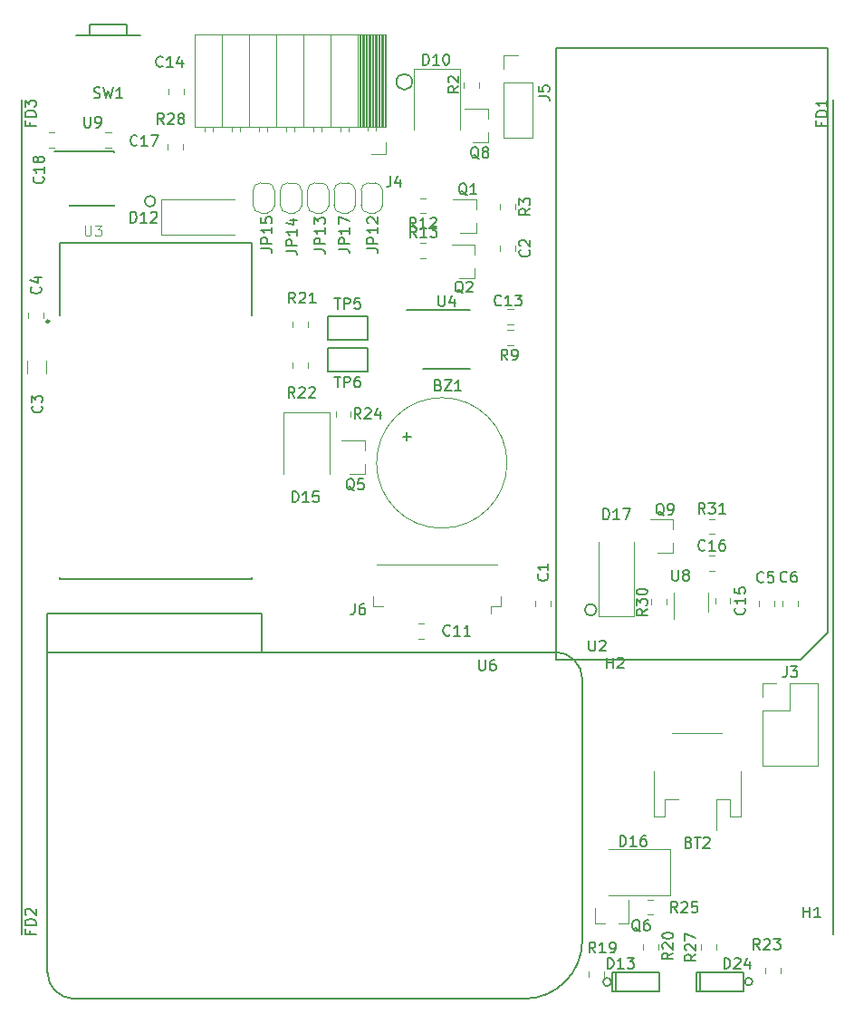
<source format=gto>
G04 #@! TF.GenerationSoftware,KiCad,Pcbnew,5.0.2-bee76a0~70~ubuntu18.04.1*
G04 #@! TF.CreationDate,2019-02-28T13:46:31+03:00*
G04 #@! TF.ProjectId,sensor-node,73656e73-6f72-42d6-9e6f-64652e6b6963,1*
G04 #@! TF.SameCoordinates,Original*
G04 #@! TF.FileFunction,Legend,Top*
G04 #@! TF.FilePolarity,Positive*
%FSLAX46Y46*%
G04 Gerber Fmt 4.6, Leading zero omitted, Abs format (unit mm)*
G04 Created by KiCad (PCBNEW 5.0.2-bee76a0~70~ubuntu18.04.1) date Thu 28 Feb 2019 13:46:31 EAT*
%MOMM*%
%LPD*%
G01*
G04 APERTURE LIST*
%ADD10C,0.200000*%
%ADD11C,0.120000*%
%ADD12C,0.150000*%
%ADD13C,0.127000*%
%ADD14C,0.240000*%
%ADD15C,0.050000*%
G04 APERTURE END LIST*
D10*
X150920190Y-154673300D02*
G75*
G03X150920190Y-154673300I-387090J0D01*
G01*
X164125935Y-154635200D02*
G75*
G03X164125935Y-154635200I-359435J0D01*
G01*
X149542500Y-119900700D02*
G75*
G03X149542500Y-119900700I-549779J0D01*
G01*
X132308600Y-70561200D02*
G75*
G03X132308600Y-70561200I-736271J0D01*
G01*
X108300013Y-81724500D02*
G75*
G03X108300013Y-81724500I-502413J0D01*
G01*
X171645000Y-150210000D02*
X171645000Y-72210000D01*
X95775000Y-150210000D02*
X95775000Y-72210000D01*
D11*
G04 #@! TO.C,BZ1*
X141176000Y-106172000D02*
G75*
G03X141176000Y-106172000I-6100000J0D01*
G01*
G04 #@! TO.C,D17*
X149734000Y-120478000D02*
X153034000Y-120478000D01*
X153034000Y-120478000D02*
X153034000Y-113578000D01*
X149734000Y-120478000D02*
X149734000Y-113578000D01*
G04 #@! TO.C,Q9*
X156716000Y-114610000D02*
X156716000Y-113680000D01*
X156716000Y-111450000D02*
X156716000Y-112380000D01*
X156716000Y-111450000D02*
X154556000Y-111450000D01*
X156716000Y-114610000D02*
X155256000Y-114610000D01*
G04 #@! TO.C,C18*
X98332548Y-76706800D02*
X98855052Y-76706800D01*
X98332548Y-75286800D02*
X98855052Y-75286800D01*
G04 #@! TO.C,C17*
X103624748Y-75286800D02*
X104147252Y-75286800D01*
X103624748Y-76706800D02*
X104147252Y-76706800D01*
D12*
G04 #@! TO.C,U9*
X100287000Y-77028600D02*
X100287000Y-77078600D01*
X104437000Y-77028600D02*
X104437000Y-77173600D01*
X104437000Y-82178600D02*
X104437000Y-82033600D01*
X100287000Y-82178600D02*
X100287000Y-82033600D01*
X100287000Y-77028600D02*
X104437000Y-77028600D01*
X100287000Y-82178600D02*
X104437000Y-82178600D01*
X100287000Y-77078600D02*
X98887000Y-77078600D01*
D11*
G04 #@! TO.C,C14*
X109526000Y-71736852D02*
X109526000Y-71214348D01*
X110946000Y-71736852D02*
X110946000Y-71214348D01*
G04 #@! TO.C,C15*
X160630800Y-118813948D02*
X160630800Y-119336452D01*
X162050800Y-118813948D02*
X162050800Y-119336452D01*
G04 #@! TO.C,C16*
X160063548Y-114860000D02*
X160586052Y-114860000D01*
X160063548Y-116280000D02*
X160586052Y-116280000D01*
G04 #@! TO.C,BT2*
X161293200Y-131380000D02*
X156613200Y-131380000D01*
X155913200Y-137600000D02*
X157193200Y-137600000D01*
X155913200Y-139200000D02*
X155913200Y-137600000D01*
X154893200Y-139200000D02*
X155913200Y-139200000D01*
X154893200Y-134950000D02*
X154893200Y-139200000D01*
X160713200Y-137600000D02*
X160713200Y-140490000D01*
X161993200Y-137600000D02*
X160713200Y-137600000D01*
X161993200Y-139200000D02*
X161993200Y-137600000D01*
X163013200Y-139200000D02*
X161993200Y-139200000D01*
X163013200Y-134950000D02*
X163013200Y-139200000D01*
G04 #@! TO.C,U8*
X160004400Y-120076800D02*
X160004400Y-118276800D01*
X156784400Y-118276800D02*
X156784400Y-120726800D01*
G04 #@! TO.C,R28*
X110844400Y-76918452D02*
X110844400Y-76395948D01*
X109424400Y-76918452D02*
X109424400Y-76395948D01*
G04 #@! TO.C,R30*
X154687200Y-118915548D02*
X154687200Y-119438052D01*
X156107200Y-118915548D02*
X156107200Y-119438052D01*
G04 #@! TO.C,R31*
X160063548Y-111405600D02*
X160586052Y-111405600D01*
X160063548Y-112825600D02*
X160586052Y-112825600D01*
G04 #@! TO.C,D10*
X136770000Y-69348000D02*
X136770000Y-75048000D01*
X132470000Y-69348000D02*
X132470000Y-75048000D01*
X136770000Y-69348000D02*
X132470000Y-69348000D01*
G04 #@! TO.C,D15*
X124578000Y-101479000D02*
X120278000Y-101479000D01*
X120278000Y-101479000D02*
X120278000Y-107179000D01*
X124578000Y-101479000D02*
X124578000Y-107179000D01*
G04 #@! TO.C,D16*
X156407200Y-146574400D02*
X150707200Y-146574400D01*
X156407200Y-142274400D02*
X150707200Y-142274400D01*
X156407200Y-146574400D02*
X156407200Y-142274400D01*
G04 #@! TO.C,C13*
X141216748Y-93216800D02*
X141739252Y-93216800D01*
X141216748Y-91796800D02*
X141739252Y-91796800D01*
G04 #@! TO.C,C1*
X145236000Y-119067948D02*
X145236000Y-119590452D01*
X143816000Y-119067948D02*
X143816000Y-119590452D01*
G04 #@! TO.C,C2*
X140514000Y-85844748D02*
X140514000Y-86367252D01*
X141934000Y-85844748D02*
X141934000Y-86367252D01*
G04 #@! TO.C,C4*
X96419600Y-92666452D02*
X96419600Y-92143948D01*
X97839600Y-92666452D02*
X97839600Y-92143948D01*
G04 #@! TO.C,C5*
X164720200Y-119042548D02*
X164720200Y-119565052D01*
X166140200Y-119042548D02*
X166140200Y-119565052D01*
G04 #@! TO.C,C6*
X168324600Y-119067948D02*
X168324600Y-119590452D01*
X166904600Y-119067948D02*
X166904600Y-119590452D01*
G04 #@! TO.C,C11*
X133433452Y-122579200D02*
X132910948Y-122579200D01*
X133433452Y-121159200D02*
X132910948Y-121159200D01*
G04 #@! TO.C,C3*
X98090400Y-96629136D02*
X98090400Y-97833264D01*
X96270400Y-96629136D02*
X96270400Y-97833264D01*
G04 #@! TO.C,J6*
X140235000Y-115654000D02*
X129005000Y-115654000D01*
X128635000Y-119574000D02*
X129585000Y-119574000D01*
X128635000Y-118624000D02*
X128635000Y-119574000D01*
X139655000Y-119574000D02*
X139655000Y-120264000D01*
X140605000Y-119574000D02*
X139655000Y-119574000D01*
X140605000Y-118624000D02*
X140605000Y-119574000D01*
G04 #@! TO.C,J5*
X140859200Y-75802800D02*
X143519200Y-75802800D01*
X140859200Y-70662800D02*
X140859200Y-75802800D01*
X143519200Y-70662800D02*
X143519200Y-75802800D01*
X140859200Y-70662800D02*
X143519200Y-70662800D01*
X140859200Y-69392800D02*
X140859200Y-68062800D01*
X140859200Y-68062800D02*
X142189200Y-68062800D01*
G04 #@! TO.C,J3*
X165040000Y-134476800D02*
X170240000Y-134476800D01*
X165040000Y-129336800D02*
X165040000Y-134476800D01*
X170240000Y-126736800D02*
X170240000Y-134476800D01*
X165040000Y-129336800D02*
X167640000Y-129336800D01*
X167640000Y-129336800D02*
X167640000Y-126736800D01*
X167640000Y-126736800D02*
X170240000Y-126736800D01*
X165040000Y-128066800D02*
X165040000Y-126736800D01*
X165040000Y-126736800D02*
X166370000Y-126736800D01*
G04 #@! TO.C,J4*
X129734000Y-66130000D02*
X129734000Y-74760000D01*
X129615905Y-66130000D02*
X129615905Y-74760000D01*
X129497810Y-66130000D02*
X129497810Y-74760000D01*
X129379715Y-66130000D02*
X129379715Y-74760000D01*
X129261620Y-66130000D02*
X129261620Y-74760000D01*
X129143525Y-66130000D02*
X129143525Y-74760000D01*
X129025430Y-66130000D02*
X129025430Y-74760000D01*
X128907335Y-66130000D02*
X128907335Y-74760000D01*
X128789240Y-66130000D02*
X128789240Y-74760000D01*
X128671145Y-66130000D02*
X128671145Y-74760000D01*
X128553050Y-66130000D02*
X128553050Y-74760000D01*
X128434955Y-66130000D02*
X128434955Y-74760000D01*
X128316860Y-66130000D02*
X128316860Y-74760000D01*
X128198765Y-66130000D02*
X128198765Y-74760000D01*
X128080670Y-66130000D02*
X128080670Y-74760000D01*
X127962575Y-66130000D02*
X127962575Y-74760000D01*
X127844480Y-66130000D02*
X127844480Y-74760000D01*
X127726385Y-66130000D02*
X127726385Y-74760000D01*
X127608290Y-66130000D02*
X127608290Y-74760000D01*
X127490195Y-66130000D02*
X127490195Y-74760000D01*
X127372100Y-66130000D02*
X127372100Y-74760000D01*
X128884000Y-74760000D02*
X128884000Y-75110000D01*
X128164000Y-74760000D02*
X128164000Y-75110000D01*
X126344000Y-74760000D02*
X126344000Y-75170000D01*
X125624000Y-74760000D02*
X125624000Y-75170000D01*
X123804000Y-74760000D02*
X123804000Y-75170000D01*
X123084000Y-74760000D02*
X123084000Y-75170000D01*
X121264000Y-74760000D02*
X121264000Y-75170000D01*
X120544000Y-74760000D02*
X120544000Y-75170000D01*
X118724000Y-74760000D02*
X118724000Y-75170000D01*
X118004000Y-74760000D02*
X118004000Y-75170000D01*
X116184000Y-74760000D02*
X116184000Y-75170000D01*
X115464000Y-74760000D02*
X115464000Y-75170000D01*
X113644000Y-74760000D02*
X113644000Y-75170000D01*
X112924000Y-74760000D02*
X112924000Y-75170000D01*
X127254000Y-66130000D02*
X127254000Y-74760000D01*
X124714000Y-66130000D02*
X124714000Y-74760000D01*
X122174000Y-66130000D02*
X122174000Y-74760000D01*
X119634000Y-66130000D02*
X119634000Y-74760000D01*
X117094000Y-66130000D02*
X117094000Y-74760000D01*
X114554000Y-66130000D02*
X114554000Y-74760000D01*
X129854000Y-66130000D02*
X129854000Y-74760000D01*
X129854000Y-74760000D02*
X111954000Y-74760000D01*
X111954000Y-66130000D02*
X111954000Y-74760000D01*
X129854000Y-66130000D02*
X111954000Y-66130000D01*
X129854000Y-77330000D02*
X128524000Y-77330000D01*
X129854000Y-76220000D02*
X129854000Y-77330000D01*
G04 #@! TO.C,D12*
X108833200Y-81509600D02*
X108833200Y-84809600D01*
X108833200Y-84809600D02*
X115733200Y-84809600D01*
X108833200Y-81509600D02*
X115733200Y-81509600D01*
D13*
G04 #@! TO.C,U3*
X99331000Y-92396000D02*
X99331000Y-85646000D01*
X99331000Y-85646000D02*
X117331000Y-85646000D01*
X117331000Y-85646000D02*
X117331000Y-92396000D01*
X99331000Y-117046000D02*
X117331000Y-117046000D01*
X117331000Y-117046000D02*
X117331000Y-116846000D01*
X99331000Y-116896000D02*
X99331000Y-117046000D01*
D14*
X98351000Y-92946000D02*
G75*
G03X98351000Y-92946000I-120000J0D01*
G01*
D11*
G04 #@! TO.C,JP15*
X117427500Y-80707000D02*
G75*
G02X118127500Y-80007000I700000J0D01*
G01*
X118727500Y-80007000D02*
G75*
G02X119427500Y-80707000I0J-700000D01*
G01*
X119427500Y-82107000D02*
G75*
G02X118727500Y-82807000I-700000J0D01*
G01*
X118127500Y-82807000D02*
G75*
G02X117427500Y-82107000I0J700000D01*
G01*
X118727500Y-82807000D02*
X118127500Y-82807000D01*
X119427500Y-80707000D02*
X119427500Y-82107000D01*
X118127500Y-80007000D02*
X118727500Y-80007000D01*
X117427500Y-82107000D02*
X117427500Y-80707000D01*
G04 #@! TO.C,JP12*
X127524000Y-80707000D02*
G75*
G02X128224000Y-80007000I700000J0D01*
G01*
X128824000Y-80007000D02*
G75*
G02X129524000Y-80707000I0J-700000D01*
G01*
X129524000Y-82107000D02*
G75*
G02X128824000Y-82807000I-700000J0D01*
G01*
X128224000Y-82807000D02*
G75*
G02X127524000Y-82107000I0J700000D01*
G01*
X128824000Y-82807000D02*
X128224000Y-82807000D01*
X129524000Y-80707000D02*
X129524000Y-82107000D01*
X128224000Y-80007000D02*
X128824000Y-80007000D01*
X127524000Y-82107000D02*
X127524000Y-80707000D01*
G04 #@! TO.C,JP13*
X122507500Y-82107000D02*
X122507500Y-80707000D01*
X123207500Y-80007000D02*
X123807500Y-80007000D01*
X124507500Y-80707000D02*
X124507500Y-82107000D01*
X123807500Y-82807000D02*
X123207500Y-82807000D01*
X123207500Y-82807000D02*
G75*
G02X122507500Y-82107000I0J700000D01*
G01*
X124507500Y-82107000D02*
G75*
G02X123807500Y-82807000I-700000J0D01*
G01*
X123807500Y-80007000D02*
G75*
G02X124507500Y-80707000I0J-700000D01*
G01*
X122507500Y-80707000D02*
G75*
G02X123207500Y-80007000I700000J0D01*
G01*
G04 #@! TO.C,JP14*
X119967500Y-80707000D02*
G75*
G02X120667500Y-80007000I700000J0D01*
G01*
X121267500Y-80007000D02*
G75*
G02X121967500Y-80707000I0J-700000D01*
G01*
X121967500Y-82107000D02*
G75*
G02X121267500Y-82807000I-700000J0D01*
G01*
X120667500Y-82807000D02*
G75*
G02X119967500Y-82107000I0J700000D01*
G01*
X121267500Y-82807000D02*
X120667500Y-82807000D01*
X121967500Y-80707000D02*
X121967500Y-82107000D01*
X120667500Y-80007000D02*
X121267500Y-80007000D01*
X119967500Y-82107000D02*
X119967500Y-80707000D01*
G04 #@! TO.C,JP17*
X124984000Y-82107000D02*
X124984000Y-80707000D01*
X125684000Y-80007000D02*
X126284000Y-80007000D01*
X126984000Y-80707000D02*
X126984000Y-82107000D01*
X126284000Y-82807000D02*
X125684000Y-82807000D01*
X125684000Y-82807000D02*
G75*
G02X124984000Y-82107000I0J700000D01*
G01*
X126984000Y-82107000D02*
G75*
G02X126284000Y-82807000I-700000J0D01*
G01*
X126284000Y-80007000D02*
G75*
G02X126984000Y-80707000I0J-700000D01*
G01*
X124984000Y-80707000D02*
G75*
G02X125684000Y-80007000I700000J0D01*
G01*
D12*
G04 #@! TO.C,U4*
X133334400Y-97365400D02*
X137734400Y-97365400D01*
X131759400Y-91840400D02*
X137734400Y-91840400D01*
D11*
G04 #@! TO.C,Q2*
X138174000Y-88905200D02*
X138174000Y-87975200D01*
X138174000Y-85745200D02*
X138174000Y-86675200D01*
X138174000Y-85745200D02*
X136014000Y-85745200D01*
X138174000Y-88905200D02*
X136714000Y-88905200D01*
G04 #@! TO.C,Q5*
X127887000Y-107244000D02*
X126427000Y-107244000D01*
X127887000Y-104084000D02*
X125727000Y-104084000D01*
X127887000Y-104084000D02*
X127887000Y-105014000D01*
X127887000Y-107244000D02*
X127887000Y-106314000D01*
G04 #@! TO.C,Q6*
X149397600Y-149197600D02*
X150327600Y-149197600D01*
X152557600Y-149197600D02*
X151627600Y-149197600D01*
X152557600Y-149197600D02*
X152557600Y-147037600D01*
X149397600Y-149197600D02*
X149397600Y-147737600D01*
G04 #@! TO.C,Q8*
X139393200Y-76205200D02*
X139393200Y-75275200D01*
X139393200Y-73045200D02*
X139393200Y-73975200D01*
X139393200Y-73045200D02*
X137233200Y-73045200D01*
X139393200Y-76205200D02*
X137933200Y-76205200D01*
G04 #@! TO.C,Q1*
X138275600Y-84688800D02*
X138275600Y-83758800D01*
X138275600Y-81528800D02*
X138275600Y-82458800D01*
X138275600Y-81528800D02*
X136115600Y-81528800D01*
X138275600Y-84688800D02*
X136815600Y-84688800D01*
G04 #@! TO.C,R23*
X165304400Y-153829652D02*
X165304400Y-153307148D01*
X166724400Y-153829652D02*
X166724400Y-153307148D01*
G04 #@! TO.C,R13*
X133560452Y-85650000D02*
X133037948Y-85650000D01*
X133560452Y-87070000D02*
X133037948Y-87070000D01*
G04 #@! TO.C,R21*
X121159200Y-92956748D02*
X121159200Y-93479252D01*
X122579200Y-92956748D02*
X122579200Y-93479252D01*
G04 #@! TO.C,R20*
X153874400Y-151696052D02*
X153874400Y-151173548D01*
X155294400Y-151696052D02*
X155294400Y-151173548D01*
G04 #@! TO.C,R19*
X150214400Y-154176252D02*
X150214400Y-153653748D01*
X148794400Y-154176252D02*
X148794400Y-153653748D01*
G04 #@! TO.C,R12*
X133560452Y-82853600D02*
X133037948Y-82853600D01*
X133560452Y-81433600D02*
X133037948Y-81433600D01*
G04 #@! TO.C,R22*
X122579200Y-97340052D02*
X122579200Y-96817548D01*
X121159200Y-97340052D02*
X121159200Y-96817548D01*
G04 #@! TO.C,R24*
X125147000Y-101861252D02*
X125147000Y-101338748D01*
X126567000Y-101861252D02*
X126567000Y-101338748D01*
G04 #@! TO.C,R27*
X160721000Y-151696052D02*
X160721000Y-151173548D01*
X159301000Y-151696052D02*
X159301000Y-151173548D01*
G04 #@! TO.C,R25*
X154323148Y-148385600D02*
X154845652Y-148385600D01*
X154323148Y-146965600D02*
X154845652Y-146965600D01*
G04 #@! TO.C,R3*
X141934000Y-81983948D02*
X141934000Y-82506452D01*
X140514000Y-81983948D02*
X140514000Y-82506452D01*
G04 #@! TO.C,R2*
X137110400Y-70604748D02*
X137110400Y-71127252D01*
X138530400Y-70604748D02*
X138530400Y-71127252D01*
G04 #@! TO.C,R9*
X141216748Y-93778000D02*
X141739252Y-93778000D01*
X141216748Y-95198000D02*
X141739252Y-95198000D01*
D12*
G04 #@! TO.C,TP5*
X124388800Y-92473600D02*
X128188800Y-92473600D01*
X128188800Y-92473600D02*
X128188800Y-94673600D01*
X128188800Y-94673600D02*
X124388800Y-94673600D01*
X124388800Y-94673600D02*
X124388800Y-92473600D01*
G04 #@! TO.C,TP6*
X124388800Y-97670800D02*
X124388800Y-95470800D01*
X128188800Y-97670800D02*
X124388800Y-97670800D01*
X128188800Y-95470800D02*
X128188800Y-97670800D01*
X124388800Y-95470800D02*
X128188800Y-95470800D01*
G04 #@! TO.C,D13*
X155321000Y-153746200D02*
X151384000Y-153746200D01*
X151384000Y-153746200D02*
X151384000Y-155524200D01*
X151384000Y-155524200D02*
X155321000Y-155524200D01*
X155321000Y-155524200D02*
X155448000Y-155524200D01*
X155448000Y-155524200D02*
X155448000Y-153746200D01*
X155448000Y-153746200D02*
X155321000Y-153746200D01*
X151384000Y-153746200D02*
X151003000Y-153746200D01*
X151003000Y-153746200D02*
X151003000Y-155524200D01*
X151003000Y-155524200D02*
X151384000Y-155524200D01*
G04 #@! TO.C,D24*
X163195000Y-153746200D02*
X159258000Y-153746200D01*
X159258000Y-153746200D02*
X159258000Y-155524200D01*
X159258000Y-155524200D02*
X163195000Y-155524200D01*
X163195000Y-155524200D02*
X163322000Y-155524200D01*
X163322000Y-155524200D02*
X163322000Y-153746200D01*
X163322000Y-153746200D02*
X163195000Y-153746200D01*
X159258000Y-153746200D02*
X158877000Y-153746200D01*
X158877000Y-153746200D02*
X158877000Y-155524200D01*
X158877000Y-155524200D02*
X159258000Y-155524200D01*
G04 #@! TO.C,SW1*
X100886000Y-66238000D02*
X106886000Y-66238000D01*
X102136000Y-66238000D02*
X102136000Y-65238000D01*
X105636000Y-66238000D02*
X105636000Y-65238000D01*
X105636000Y-65238000D02*
X102136000Y-65238000D01*
G04 #@! TO.C,U6*
X148209000Y-150792000D02*
G75*
G02X142759000Y-156242000I-5450000J0D01*
G01*
X118209000Y-120242000D02*
X118209000Y-123842000D01*
X98209000Y-120242000D02*
X118209000Y-120242000D01*
X98209000Y-123842000D02*
X98209000Y-120242000D01*
X100709000Y-156242000D02*
G75*
G02X98209000Y-153742000I0J2500000D01*
G01*
X98209000Y-123842000D02*
X98209000Y-153782000D01*
X145669000Y-123842000D02*
X98209000Y-123842000D01*
X142759000Y-156242000D02*
X100709000Y-156242000D01*
X148209000Y-126382000D02*
X148209000Y-150792000D01*
X145669000Y-123842000D02*
G75*
G02X148209000Y-126382000I0J-2540000D01*
G01*
G04 #@! TO.C,U2*
X145796000Y-67422000D02*
X145796000Y-124572000D01*
X171196000Y-67422000D02*
X145796000Y-67422000D01*
X171196000Y-122032000D02*
X171196000Y-67422000D01*
X168656000Y-124572000D02*
X171196000Y-122032000D01*
X145796000Y-124572000D02*
X168656000Y-124572000D01*
G04 #@! TO.C,H1*
X168910095Y-148644380D02*
X168910095Y-147644380D01*
X168910095Y-148120571D02*
X169481523Y-148120571D01*
X169481523Y-148644380D02*
X169481523Y-147644380D01*
X170481523Y-148644380D02*
X169910095Y-148644380D01*
X170195809Y-148644380D02*
X170195809Y-147644380D01*
X170100571Y-147787238D01*
X170005333Y-147882476D01*
X169910095Y-147930095D01*
G04 #@! TO.C,H2*
X150495095Y-125352580D02*
X150495095Y-124352580D01*
X150495095Y-124828771D02*
X151066523Y-124828771D01*
X151066523Y-125352580D02*
X151066523Y-124352580D01*
X151495095Y-124447819D02*
X151542714Y-124400200D01*
X151637952Y-124352580D01*
X151876047Y-124352580D01*
X151971285Y-124400200D01*
X152018904Y-124447819D01*
X152066523Y-124543057D01*
X152066523Y-124638295D01*
X152018904Y-124781152D01*
X151447476Y-125352580D01*
X152066523Y-125352580D01*
G04 #@! TO.C,BZ1*
X134745047Y-98900571D02*
X134887904Y-98948190D01*
X134935523Y-98995809D01*
X134983142Y-99091047D01*
X134983142Y-99233904D01*
X134935523Y-99329142D01*
X134887904Y-99376761D01*
X134792666Y-99424380D01*
X134411714Y-99424380D01*
X134411714Y-98424380D01*
X134745047Y-98424380D01*
X134840285Y-98472000D01*
X134887904Y-98519619D01*
X134935523Y-98614857D01*
X134935523Y-98710095D01*
X134887904Y-98805333D01*
X134840285Y-98852952D01*
X134745047Y-98900571D01*
X134411714Y-98900571D01*
X135316476Y-98424380D02*
X135983142Y-98424380D01*
X135316476Y-99424380D01*
X135983142Y-99424380D01*
X136887904Y-99424380D02*
X136316476Y-99424380D01*
X136602190Y-99424380D02*
X136602190Y-98424380D01*
X136506952Y-98567238D01*
X136411714Y-98662476D01*
X136316476Y-98710095D01*
X131435047Y-103703428D02*
X132196952Y-103703428D01*
X131816000Y-104084380D02*
X131816000Y-103322476D01*
G04 #@! TO.C,D17*
X150169714Y-111450380D02*
X150169714Y-110450380D01*
X150407809Y-110450380D01*
X150550666Y-110498000D01*
X150645904Y-110593238D01*
X150693523Y-110688476D01*
X150741142Y-110878952D01*
X150741142Y-111021809D01*
X150693523Y-111212285D01*
X150645904Y-111307523D01*
X150550666Y-111402761D01*
X150407809Y-111450380D01*
X150169714Y-111450380D01*
X151693523Y-111450380D02*
X151122095Y-111450380D01*
X151407809Y-111450380D02*
X151407809Y-110450380D01*
X151312571Y-110593238D01*
X151217333Y-110688476D01*
X151122095Y-110736095D01*
X152026857Y-110450380D02*
X152693523Y-110450380D01*
X152264952Y-111450380D01*
G04 #@! TO.C,Q9*
X155860761Y-111077619D02*
X155765523Y-111030000D01*
X155670285Y-110934761D01*
X155527428Y-110791904D01*
X155432190Y-110744285D01*
X155336952Y-110744285D01*
X155384571Y-110982380D02*
X155289333Y-110934761D01*
X155194095Y-110839523D01*
X155146476Y-110649047D01*
X155146476Y-110315714D01*
X155194095Y-110125238D01*
X155289333Y-110030000D01*
X155384571Y-109982380D01*
X155575047Y-109982380D01*
X155670285Y-110030000D01*
X155765523Y-110125238D01*
X155813142Y-110315714D01*
X155813142Y-110649047D01*
X155765523Y-110839523D01*
X155670285Y-110934761D01*
X155575047Y-110982380D01*
X155384571Y-110982380D01*
X156289333Y-110982380D02*
X156479809Y-110982380D01*
X156575047Y-110934761D01*
X156622666Y-110887142D01*
X156717904Y-110744285D01*
X156765523Y-110553809D01*
X156765523Y-110172857D01*
X156717904Y-110077619D01*
X156670285Y-110030000D01*
X156575047Y-109982380D01*
X156384571Y-109982380D01*
X156289333Y-110030000D01*
X156241714Y-110077619D01*
X156194095Y-110172857D01*
X156194095Y-110410952D01*
X156241714Y-110506190D01*
X156289333Y-110553809D01*
X156384571Y-110601428D01*
X156575047Y-110601428D01*
X156670285Y-110553809D01*
X156717904Y-110506190D01*
X156765523Y-110410952D01*
G04 #@! TO.C,C18*
X97791542Y-79433657D02*
X97839161Y-79481276D01*
X97886780Y-79624133D01*
X97886780Y-79719371D01*
X97839161Y-79862228D01*
X97743923Y-79957466D01*
X97648685Y-80005085D01*
X97458209Y-80052704D01*
X97315352Y-80052704D01*
X97124876Y-80005085D01*
X97029638Y-79957466D01*
X96934400Y-79862228D01*
X96886780Y-79719371D01*
X96886780Y-79624133D01*
X96934400Y-79481276D01*
X96982019Y-79433657D01*
X97886780Y-78481276D02*
X97886780Y-79052704D01*
X97886780Y-78766990D02*
X96886780Y-78766990D01*
X97029638Y-78862228D01*
X97124876Y-78957466D01*
X97172495Y-79052704D01*
X97315352Y-77909847D02*
X97267733Y-78005085D01*
X97220114Y-78052704D01*
X97124876Y-78100323D01*
X97077257Y-78100323D01*
X96982019Y-78052704D01*
X96934400Y-78005085D01*
X96886780Y-77909847D01*
X96886780Y-77719371D01*
X96934400Y-77624133D01*
X96982019Y-77576514D01*
X97077257Y-77528895D01*
X97124876Y-77528895D01*
X97220114Y-77576514D01*
X97267733Y-77624133D01*
X97315352Y-77719371D01*
X97315352Y-77909847D01*
X97362971Y-78005085D01*
X97410590Y-78052704D01*
X97505828Y-78100323D01*
X97696304Y-78100323D01*
X97791542Y-78052704D01*
X97839161Y-78005085D01*
X97886780Y-77909847D01*
X97886780Y-77719371D01*
X97839161Y-77624133D01*
X97791542Y-77576514D01*
X97696304Y-77528895D01*
X97505828Y-77528895D01*
X97410590Y-77576514D01*
X97362971Y-77624133D01*
X97315352Y-77719371D01*
G04 #@! TO.C,C17*
X106595942Y-76455542D02*
X106548323Y-76503161D01*
X106405466Y-76550780D01*
X106310228Y-76550780D01*
X106167371Y-76503161D01*
X106072133Y-76407923D01*
X106024514Y-76312685D01*
X105976895Y-76122209D01*
X105976895Y-75979352D01*
X106024514Y-75788876D01*
X106072133Y-75693638D01*
X106167371Y-75598400D01*
X106310228Y-75550780D01*
X106405466Y-75550780D01*
X106548323Y-75598400D01*
X106595942Y-75646019D01*
X107548323Y-76550780D02*
X106976895Y-76550780D01*
X107262609Y-76550780D02*
X107262609Y-75550780D01*
X107167371Y-75693638D01*
X107072133Y-75788876D01*
X106976895Y-75836495D01*
X107881657Y-75550780D02*
X108548323Y-75550780D01*
X108119752Y-76550780D01*
G04 #@! TO.C,U9*
X101650895Y-73823580D02*
X101650895Y-74633104D01*
X101698514Y-74728342D01*
X101746133Y-74775961D01*
X101841371Y-74823580D01*
X102031847Y-74823580D01*
X102127085Y-74775961D01*
X102174704Y-74728342D01*
X102222323Y-74633104D01*
X102222323Y-73823580D01*
X102746133Y-74823580D02*
X102936609Y-74823580D01*
X103031847Y-74775961D01*
X103079466Y-74728342D01*
X103174704Y-74585485D01*
X103222323Y-74395009D01*
X103222323Y-74014057D01*
X103174704Y-73918819D01*
X103127085Y-73871200D01*
X103031847Y-73823580D01*
X102841371Y-73823580D01*
X102746133Y-73871200D01*
X102698514Y-73918819D01*
X102650895Y-74014057D01*
X102650895Y-74252152D01*
X102698514Y-74347390D01*
X102746133Y-74395009D01*
X102841371Y-74442628D01*
X103031847Y-74442628D01*
X103127085Y-74395009D01*
X103174704Y-74347390D01*
X103222323Y-74252152D01*
G04 #@! TO.C,C14*
X108983542Y-69089542D02*
X108935923Y-69137161D01*
X108793066Y-69184780D01*
X108697828Y-69184780D01*
X108554971Y-69137161D01*
X108459733Y-69041923D01*
X108412114Y-68946685D01*
X108364495Y-68756209D01*
X108364495Y-68613352D01*
X108412114Y-68422876D01*
X108459733Y-68327638D01*
X108554971Y-68232400D01*
X108697828Y-68184780D01*
X108793066Y-68184780D01*
X108935923Y-68232400D01*
X108983542Y-68280019D01*
X109935923Y-69184780D02*
X109364495Y-69184780D01*
X109650209Y-69184780D02*
X109650209Y-68184780D01*
X109554971Y-68327638D01*
X109459733Y-68422876D01*
X109364495Y-68470495D01*
X110793066Y-68518114D02*
X110793066Y-69184780D01*
X110554971Y-68137161D02*
X110316876Y-68851447D01*
X110935923Y-68851447D01*
G04 #@! TO.C,C15*
X163347942Y-119718057D02*
X163395561Y-119765676D01*
X163443180Y-119908533D01*
X163443180Y-120003771D01*
X163395561Y-120146628D01*
X163300323Y-120241866D01*
X163205085Y-120289485D01*
X163014609Y-120337104D01*
X162871752Y-120337104D01*
X162681276Y-120289485D01*
X162586038Y-120241866D01*
X162490800Y-120146628D01*
X162443180Y-120003771D01*
X162443180Y-119908533D01*
X162490800Y-119765676D01*
X162538419Y-119718057D01*
X163443180Y-118765676D02*
X163443180Y-119337104D01*
X163443180Y-119051390D02*
X162443180Y-119051390D01*
X162586038Y-119146628D01*
X162681276Y-119241866D01*
X162728895Y-119337104D01*
X162443180Y-117860914D02*
X162443180Y-118337104D01*
X162919371Y-118384723D01*
X162871752Y-118337104D01*
X162824133Y-118241866D01*
X162824133Y-118003771D01*
X162871752Y-117908533D01*
X162919371Y-117860914D01*
X163014609Y-117813295D01*
X163252704Y-117813295D01*
X163347942Y-117860914D01*
X163395561Y-117908533D01*
X163443180Y-118003771D01*
X163443180Y-118241866D01*
X163395561Y-118337104D01*
X163347942Y-118384723D01*
G04 #@! TO.C,C16*
X159681942Y-114277142D02*
X159634323Y-114324761D01*
X159491466Y-114372380D01*
X159396228Y-114372380D01*
X159253371Y-114324761D01*
X159158133Y-114229523D01*
X159110514Y-114134285D01*
X159062895Y-113943809D01*
X159062895Y-113800952D01*
X159110514Y-113610476D01*
X159158133Y-113515238D01*
X159253371Y-113420000D01*
X159396228Y-113372380D01*
X159491466Y-113372380D01*
X159634323Y-113420000D01*
X159681942Y-113467619D01*
X160634323Y-114372380D02*
X160062895Y-114372380D01*
X160348609Y-114372380D02*
X160348609Y-113372380D01*
X160253371Y-113515238D01*
X160158133Y-113610476D01*
X160062895Y-113658095D01*
X161491466Y-113372380D02*
X161300990Y-113372380D01*
X161205752Y-113420000D01*
X161158133Y-113467619D01*
X161062895Y-113610476D01*
X161015276Y-113800952D01*
X161015276Y-114181904D01*
X161062895Y-114277142D01*
X161110514Y-114324761D01*
X161205752Y-114372380D01*
X161396228Y-114372380D01*
X161491466Y-114324761D01*
X161539085Y-114277142D01*
X161586704Y-114181904D01*
X161586704Y-113943809D01*
X161539085Y-113848571D01*
X161491466Y-113800952D01*
X161396228Y-113753333D01*
X161205752Y-113753333D01*
X161110514Y-113800952D01*
X161062895Y-113848571D01*
X161015276Y-113943809D01*
G04 #@! TO.C,BT2*
X158167485Y-141618571D02*
X158310342Y-141666190D01*
X158357961Y-141713809D01*
X158405580Y-141809047D01*
X158405580Y-141951904D01*
X158357961Y-142047142D01*
X158310342Y-142094761D01*
X158215104Y-142142380D01*
X157834152Y-142142380D01*
X157834152Y-141142380D01*
X158167485Y-141142380D01*
X158262723Y-141190000D01*
X158310342Y-141237619D01*
X158357961Y-141332857D01*
X158357961Y-141428095D01*
X158310342Y-141523333D01*
X158262723Y-141570952D01*
X158167485Y-141618571D01*
X157834152Y-141618571D01*
X158691295Y-141142380D02*
X159262723Y-141142380D01*
X158977009Y-142142380D02*
X158977009Y-141142380D01*
X159548438Y-141237619D02*
X159596057Y-141190000D01*
X159691295Y-141142380D01*
X159929390Y-141142380D01*
X160024628Y-141190000D01*
X160072247Y-141237619D01*
X160119866Y-141332857D01*
X160119866Y-141428095D01*
X160072247Y-141570952D01*
X159500819Y-142142380D01*
X160119866Y-142142380D01*
G04 #@! TO.C,U8*
X156616495Y-116190780D02*
X156616495Y-117000304D01*
X156664114Y-117095542D01*
X156711733Y-117143161D01*
X156806971Y-117190780D01*
X156997447Y-117190780D01*
X157092685Y-117143161D01*
X157140304Y-117095542D01*
X157187923Y-117000304D01*
X157187923Y-116190780D01*
X157806971Y-116619352D02*
X157711733Y-116571733D01*
X157664114Y-116524114D01*
X157616495Y-116428876D01*
X157616495Y-116381257D01*
X157664114Y-116286019D01*
X157711733Y-116238400D01*
X157806971Y-116190780D01*
X157997447Y-116190780D01*
X158092685Y-116238400D01*
X158140304Y-116286019D01*
X158187923Y-116381257D01*
X158187923Y-116428876D01*
X158140304Y-116524114D01*
X158092685Y-116571733D01*
X157997447Y-116619352D01*
X157806971Y-116619352D01*
X157711733Y-116666971D01*
X157664114Y-116714590D01*
X157616495Y-116809828D01*
X157616495Y-117000304D01*
X157664114Y-117095542D01*
X157711733Y-117143161D01*
X157806971Y-117190780D01*
X157997447Y-117190780D01*
X158092685Y-117143161D01*
X158140304Y-117095542D01*
X158187923Y-117000304D01*
X158187923Y-116809828D01*
X158140304Y-116714590D01*
X158092685Y-116666971D01*
X157997447Y-116619352D01*
G04 #@! TO.C,R28*
X109085142Y-74518780D02*
X108751809Y-74042590D01*
X108513714Y-74518780D02*
X108513714Y-73518780D01*
X108894666Y-73518780D01*
X108989904Y-73566400D01*
X109037523Y-73614019D01*
X109085142Y-73709257D01*
X109085142Y-73852114D01*
X109037523Y-73947352D01*
X108989904Y-73994971D01*
X108894666Y-74042590D01*
X108513714Y-74042590D01*
X109466095Y-73614019D02*
X109513714Y-73566400D01*
X109608952Y-73518780D01*
X109847047Y-73518780D01*
X109942285Y-73566400D01*
X109989904Y-73614019D01*
X110037523Y-73709257D01*
X110037523Y-73804495D01*
X109989904Y-73947352D01*
X109418476Y-74518780D01*
X110037523Y-74518780D01*
X110608952Y-73947352D02*
X110513714Y-73899733D01*
X110466095Y-73852114D01*
X110418476Y-73756876D01*
X110418476Y-73709257D01*
X110466095Y-73614019D01*
X110513714Y-73566400D01*
X110608952Y-73518780D01*
X110799428Y-73518780D01*
X110894666Y-73566400D01*
X110942285Y-73614019D01*
X110989904Y-73709257D01*
X110989904Y-73756876D01*
X110942285Y-73852114D01*
X110894666Y-73899733D01*
X110799428Y-73947352D01*
X110608952Y-73947352D01*
X110513714Y-73994971D01*
X110466095Y-74042590D01*
X110418476Y-74137828D01*
X110418476Y-74328304D01*
X110466095Y-74423542D01*
X110513714Y-74471161D01*
X110608952Y-74518780D01*
X110799428Y-74518780D01*
X110894666Y-74471161D01*
X110942285Y-74423542D01*
X110989904Y-74328304D01*
X110989904Y-74137828D01*
X110942285Y-74042590D01*
X110894666Y-73994971D01*
X110799428Y-73947352D01*
G04 #@! TO.C,R30*
X154274780Y-119819657D02*
X153798590Y-120152990D01*
X154274780Y-120391085D02*
X153274780Y-120391085D01*
X153274780Y-120010133D01*
X153322400Y-119914895D01*
X153370019Y-119867276D01*
X153465257Y-119819657D01*
X153608114Y-119819657D01*
X153703352Y-119867276D01*
X153750971Y-119914895D01*
X153798590Y-120010133D01*
X153798590Y-120391085D01*
X153274780Y-119486323D02*
X153274780Y-118867276D01*
X153655733Y-119200609D01*
X153655733Y-119057752D01*
X153703352Y-118962514D01*
X153750971Y-118914895D01*
X153846209Y-118867276D01*
X154084304Y-118867276D01*
X154179542Y-118914895D01*
X154227161Y-118962514D01*
X154274780Y-119057752D01*
X154274780Y-119343466D01*
X154227161Y-119438704D01*
X154179542Y-119486323D01*
X153274780Y-118248228D02*
X153274780Y-118152990D01*
X153322400Y-118057752D01*
X153370019Y-118010133D01*
X153465257Y-117962514D01*
X153655733Y-117914895D01*
X153893828Y-117914895D01*
X154084304Y-117962514D01*
X154179542Y-118010133D01*
X154227161Y-118057752D01*
X154274780Y-118152990D01*
X154274780Y-118248228D01*
X154227161Y-118343466D01*
X154179542Y-118391085D01*
X154084304Y-118438704D01*
X153893828Y-118486323D01*
X153655733Y-118486323D01*
X153465257Y-118438704D01*
X153370019Y-118391085D01*
X153322400Y-118343466D01*
X153274780Y-118248228D01*
G04 #@! TO.C,R31*
X159681942Y-110917980D02*
X159348609Y-110441790D01*
X159110514Y-110917980D02*
X159110514Y-109917980D01*
X159491466Y-109917980D01*
X159586704Y-109965600D01*
X159634323Y-110013219D01*
X159681942Y-110108457D01*
X159681942Y-110251314D01*
X159634323Y-110346552D01*
X159586704Y-110394171D01*
X159491466Y-110441790D01*
X159110514Y-110441790D01*
X160015276Y-109917980D02*
X160634323Y-109917980D01*
X160300990Y-110298933D01*
X160443847Y-110298933D01*
X160539085Y-110346552D01*
X160586704Y-110394171D01*
X160634323Y-110489409D01*
X160634323Y-110727504D01*
X160586704Y-110822742D01*
X160539085Y-110870361D01*
X160443847Y-110917980D01*
X160158133Y-110917980D01*
X160062895Y-110870361D01*
X160015276Y-110822742D01*
X161586704Y-110917980D02*
X161015276Y-110917980D01*
X161300990Y-110917980D02*
X161300990Y-109917980D01*
X161205752Y-110060838D01*
X161110514Y-110156076D01*
X161015276Y-110203695D01*
G04 #@! TO.C,D10*
X133304114Y-68981580D02*
X133304114Y-67981580D01*
X133542209Y-67981580D01*
X133685066Y-68029200D01*
X133780304Y-68124438D01*
X133827923Y-68219676D01*
X133875542Y-68410152D01*
X133875542Y-68553009D01*
X133827923Y-68743485D01*
X133780304Y-68838723D01*
X133685066Y-68933961D01*
X133542209Y-68981580D01*
X133304114Y-68981580D01*
X134827923Y-68981580D02*
X134256495Y-68981580D01*
X134542209Y-68981580D02*
X134542209Y-67981580D01*
X134446971Y-68124438D01*
X134351733Y-68219676D01*
X134256495Y-68267295D01*
X135446971Y-67981580D02*
X135542209Y-67981580D01*
X135637447Y-68029200D01*
X135685066Y-68076819D01*
X135732685Y-68172057D01*
X135780304Y-68362533D01*
X135780304Y-68600628D01*
X135732685Y-68791104D01*
X135685066Y-68886342D01*
X135637447Y-68933961D01*
X135542209Y-68981580D01*
X135446971Y-68981580D01*
X135351733Y-68933961D01*
X135304114Y-68886342D01*
X135256495Y-68791104D01*
X135208876Y-68600628D01*
X135208876Y-68362533D01*
X135256495Y-68172057D01*
X135304114Y-68076819D01*
X135351733Y-68029200D01*
X135446971Y-67981580D01*
G04 #@! TO.C,D15*
X121112114Y-109824780D02*
X121112114Y-108824780D01*
X121350209Y-108824780D01*
X121493066Y-108872400D01*
X121588304Y-108967638D01*
X121635923Y-109062876D01*
X121683542Y-109253352D01*
X121683542Y-109396209D01*
X121635923Y-109586685D01*
X121588304Y-109681923D01*
X121493066Y-109777161D01*
X121350209Y-109824780D01*
X121112114Y-109824780D01*
X122635923Y-109824780D02*
X122064495Y-109824780D01*
X122350209Y-109824780D02*
X122350209Y-108824780D01*
X122254971Y-108967638D01*
X122159733Y-109062876D01*
X122064495Y-109110495D01*
X123540685Y-108824780D02*
X123064495Y-108824780D01*
X123016876Y-109300971D01*
X123064495Y-109253352D01*
X123159733Y-109205733D01*
X123397828Y-109205733D01*
X123493066Y-109253352D01*
X123540685Y-109300971D01*
X123588304Y-109396209D01*
X123588304Y-109634304D01*
X123540685Y-109729542D01*
X123493066Y-109777161D01*
X123397828Y-109824780D01*
X123159733Y-109824780D01*
X123064495Y-109777161D01*
X123016876Y-109729542D01*
G04 #@! TO.C,D16*
X151744514Y-141981180D02*
X151744514Y-140981180D01*
X151982609Y-140981180D01*
X152125466Y-141028800D01*
X152220704Y-141124038D01*
X152268323Y-141219276D01*
X152315942Y-141409752D01*
X152315942Y-141552609D01*
X152268323Y-141743085D01*
X152220704Y-141838323D01*
X152125466Y-141933561D01*
X151982609Y-141981180D01*
X151744514Y-141981180D01*
X153268323Y-141981180D02*
X152696895Y-141981180D01*
X152982609Y-141981180D02*
X152982609Y-140981180D01*
X152887371Y-141124038D01*
X152792133Y-141219276D01*
X152696895Y-141266895D01*
X154125466Y-140981180D02*
X153934990Y-140981180D01*
X153839752Y-141028800D01*
X153792133Y-141076419D01*
X153696895Y-141219276D01*
X153649276Y-141409752D01*
X153649276Y-141790704D01*
X153696895Y-141885942D01*
X153744514Y-141933561D01*
X153839752Y-141981180D01*
X154030228Y-141981180D01*
X154125466Y-141933561D01*
X154173085Y-141885942D01*
X154220704Y-141790704D01*
X154220704Y-141552609D01*
X154173085Y-141457371D01*
X154125466Y-141409752D01*
X154030228Y-141362133D01*
X153839752Y-141362133D01*
X153744514Y-141409752D01*
X153696895Y-141457371D01*
X153649276Y-141552609D01*
G04 #@! TO.C,C13*
X140631942Y-91390742D02*
X140584323Y-91438361D01*
X140441466Y-91485980D01*
X140346228Y-91485980D01*
X140203371Y-91438361D01*
X140108133Y-91343123D01*
X140060514Y-91247885D01*
X140012895Y-91057409D01*
X140012895Y-90914552D01*
X140060514Y-90724076D01*
X140108133Y-90628838D01*
X140203371Y-90533600D01*
X140346228Y-90485980D01*
X140441466Y-90485980D01*
X140584323Y-90533600D01*
X140631942Y-90581219D01*
X141584323Y-91485980D02*
X141012895Y-91485980D01*
X141298609Y-91485980D02*
X141298609Y-90485980D01*
X141203371Y-90628838D01*
X141108133Y-90724076D01*
X141012895Y-90771695D01*
X141917657Y-90485980D02*
X142536704Y-90485980D01*
X142203371Y-90866933D01*
X142346228Y-90866933D01*
X142441466Y-90914552D01*
X142489085Y-90962171D01*
X142536704Y-91057409D01*
X142536704Y-91295504D01*
X142489085Y-91390742D01*
X142441466Y-91438361D01*
X142346228Y-91485980D01*
X142060514Y-91485980D01*
X141965276Y-91438361D01*
X141917657Y-91390742D01*
G04 #@! TO.C,C1*
X144933942Y-116549466D02*
X144981561Y-116597085D01*
X145029180Y-116739942D01*
X145029180Y-116835180D01*
X144981561Y-116978038D01*
X144886323Y-117073276D01*
X144791085Y-117120895D01*
X144600609Y-117168514D01*
X144457752Y-117168514D01*
X144267276Y-117120895D01*
X144172038Y-117073276D01*
X144076800Y-116978038D01*
X144029180Y-116835180D01*
X144029180Y-116739942D01*
X144076800Y-116597085D01*
X144124419Y-116549466D01*
X145029180Y-115597085D02*
X145029180Y-116168514D01*
X145029180Y-115882800D02*
X144029180Y-115882800D01*
X144172038Y-115978038D01*
X144267276Y-116073276D01*
X144314895Y-116168514D01*
G04 #@! TO.C,C2*
X143231142Y-86272666D02*
X143278761Y-86320285D01*
X143326380Y-86463142D01*
X143326380Y-86558380D01*
X143278761Y-86701238D01*
X143183523Y-86796476D01*
X143088285Y-86844095D01*
X142897809Y-86891714D01*
X142754952Y-86891714D01*
X142564476Y-86844095D01*
X142469238Y-86796476D01*
X142374000Y-86701238D01*
X142326380Y-86558380D01*
X142326380Y-86463142D01*
X142374000Y-86320285D01*
X142421619Y-86272666D01*
X142421619Y-85891714D02*
X142374000Y-85844095D01*
X142326380Y-85748857D01*
X142326380Y-85510761D01*
X142374000Y-85415523D01*
X142421619Y-85367904D01*
X142516857Y-85320285D01*
X142612095Y-85320285D01*
X142754952Y-85367904D01*
X143326380Y-85939333D01*
X143326380Y-85320285D01*
G04 #@! TO.C,C4*
X97537542Y-89727066D02*
X97585161Y-89774685D01*
X97632780Y-89917542D01*
X97632780Y-90012780D01*
X97585161Y-90155638D01*
X97489923Y-90250876D01*
X97394685Y-90298495D01*
X97204209Y-90346114D01*
X97061352Y-90346114D01*
X96870876Y-90298495D01*
X96775638Y-90250876D01*
X96680400Y-90155638D01*
X96632780Y-90012780D01*
X96632780Y-89917542D01*
X96680400Y-89774685D01*
X96728019Y-89727066D01*
X96966114Y-88869923D02*
X97632780Y-88869923D01*
X96585161Y-89108019D02*
X97299447Y-89346114D01*
X97299447Y-88727066D01*
G04 #@! TO.C,C5*
X165161933Y-117247942D02*
X165114314Y-117295561D01*
X164971457Y-117343180D01*
X164876219Y-117343180D01*
X164733361Y-117295561D01*
X164638123Y-117200323D01*
X164590504Y-117105085D01*
X164542885Y-116914609D01*
X164542885Y-116771752D01*
X164590504Y-116581276D01*
X164638123Y-116486038D01*
X164733361Y-116390800D01*
X164876219Y-116343180D01*
X164971457Y-116343180D01*
X165114314Y-116390800D01*
X165161933Y-116438419D01*
X166066695Y-116343180D02*
X165590504Y-116343180D01*
X165542885Y-116819371D01*
X165590504Y-116771752D01*
X165685742Y-116724133D01*
X165923838Y-116724133D01*
X166019076Y-116771752D01*
X166066695Y-116819371D01*
X166114314Y-116914609D01*
X166114314Y-117152704D01*
X166066695Y-117247942D01*
X166019076Y-117295561D01*
X165923838Y-117343180D01*
X165685742Y-117343180D01*
X165590504Y-117295561D01*
X165542885Y-117247942D01*
G04 #@! TO.C,C6*
X167346333Y-117222542D02*
X167298714Y-117270161D01*
X167155857Y-117317780D01*
X167060619Y-117317780D01*
X166917761Y-117270161D01*
X166822523Y-117174923D01*
X166774904Y-117079685D01*
X166727285Y-116889209D01*
X166727285Y-116746352D01*
X166774904Y-116555876D01*
X166822523Y-116460638D01*
X166917761Y-116365400D01*
X167060619Y-116317780D01*
X167155857Y-116317780D01*
X167298714Y-116365400D01*
X167346333Y-116413019D01*
X168203476Y-116317780D02*
X168013000Y-116317780D01*
X167917761Y-116365400D01*
X167870142Y-116413019D01*
X167774904Y-116555876D01*
X167727285Y-116746352D01*
X167727285Y-117127304D01*
X167774904Y-117222542D01*
X167822523Y-117270161D01*
X167917761Y-117317780D01*
X168108238Y-117317780D01*
X168203476Y-117270161D01*
X168251095Y-117222542D01*
X168298714Y-117127304D01*
X168298714Y-116889209D01*
X168251095Y-116793971D01*
X168203476Y-116746352D01*
X168108238Y-116698733D01*
X167917761Y-116698733D01*
X167822523Y-116746352D01*
X167774904Y-116793971D01*
X167727285Y-116889209D01*
G04 #@! TO.C,C11*
X135831342Y-122226342D02*
X135783723Y-122273961D01*
X135640866Y-122321580D01*
X135545628Y-122321580D01*
X135402771Y-122273961D01*
X135307533Y-122178723D01*
X135259914Y-122083485D01*
X135212295Y-121893009D01*
X135212295Y-121750152D01*
X135259914Y-121559676D01*
X135307533Y-121464438D01*
X135402771Y-121369200D01*
X135545628Y-121321580D01*
X135640866Y-121321580D01*
X135783723Y-121369200D01*
X135831342Y-121416819D01*
X136783723Y-122321580D02*
X136212295Y-122321580D01*
X136498009Y-122321580D02*
X136498009Y-121321580D01*
X136402771Y-121464438D01*
X136307533Y-121559676D01*
X136212295Y-121607295D01*
X137736104Y-122321580D02*
X137164676Y-122321580D01*
X137450390Y-122321580D02*
X137450390Y-121321580D01*
X137355152Y-121464438D01*
X137259914Y-121559676D01*
X137164676Y-121607295D01*
G04 #@! TO.C,C3*
X97639142Y-100852266D02*
X97686761Y-100899885D01*
X97734380Y-101042742D01*
X97734380Y-101137980D01*
X97686761Y-101280838D01*
X97591523Y-101376076D01*
X97496285Y-101423695D01*
X97305809Y-101471314D01*
X97162952Y-101471314D01*
X96972476Y-101423695D01*
X96877238Y-101376076D01*
X96782000Y-101280838D01*
X96734380Y-101137980D01*
X96734380Y-101042742D01*
X96782000Y-100899885D01*
X96829619Y-100852266D01*
X96734380Y-100518933D02*
X96734380Y-99899885D01*
X97115333Y-100233219D01*
X97115333Y-100090361D01*
X97162952Y-99995123D01*
X97210571Y-99947504D01*
X97305809Y-99899885D01*
X97543904Y-99899885D01*
X97639142Y-99947504D01*
X97686761Y-99995123D01*
X97734380Y-100090361D01*
X97734380Y-100376076D01*
X97686761Y-100471314D01*
X97639142Y-100518933D01*
G04 #@! TO.C,J6*
X126920666Y-119340380D02*
X126920666Y-120054666D01*
X126873047Y-120197523D01*
X126777809Y-120292761D01*
X126634952Y-120340380D01*
X126539714Y-120340380D01*
X127825428Y-119340380D02*
X127634952Y-119340380D01*
X127539714Y-119388000D01*
X127492095Y-119435619D01*
X127396857Y-119578476D01*
X127349238Y-119768952D01*
X127349238Y-120149904D01*
X127396857Y-120245142D01*
X127444476Y-120292761D01*
X127539714Y-120340380D01*
X127730190Y-120340380D01*
X127825428Y-120292761D01*
X127873047Y-120245142D01*
X127920666Y-120149904D01*
X127920666Y-119911809D01*
X127873047Y-119816571D01*
X127825428Y-119768952D01*
X127730190Y-119721333D01*
X127539714Y-119721333D01*
X127444476Y-119768952D01*
X127396857Y-119816571D01*
X127349238Y-119911809D01*
G04 #@! TO.C,J5*
X144130780Y-71910533D02*
X144845066Y-71910533D01*
X144987923Y-71958152D01*
X145083161Y-72053390D01*
X145130780Y-72196247D01*
X145130780Y-72291485D01*
X144130780Y-70958152D02*
X144130780Y-71434342D01*
X144606971Y-71481961D01*
X144559352Y-71434342D01*
X144511733Y-71339104D01*
X144511733Y-71101009D01*
X144559352Y-71005771D01*
X144606971Y-70958152D01*
X144702209Y-70910533D01*
X144940304Y-70910533D01*
X145035542Y-70958152D01*
X145083161Y-71005771D01*
X145130780Y-71101009D01*
X145130780Y-71339104D01*
X145083161Y-71434342D01*
X145035542Y-71481961D01*
G04 #@! TO.C,J3*
X167306666Y-125189180D02*
X167306666Y-125903466D01*
X167259047Y-126046323D01*
X167163809Y-126141561D01*
X167020952Y-126189180D01*
X166925714Y-126189180D01*
X167687619Y-125189180D02*
X168306666Y-125189180D01*
X167973333Y-125570133D01*
X168116190Y-125570133D01*
X168211428Y-125617752D01*
X168259047Y-125665371D01*
X168306666Y-125760609D01*
X168306666Y-125998704D01*
X168259047Y-126093942D01*
X168211428Y-126141561D01*
X168116190Y-126189180D01*
X167830476Y-126189180D01*
X167735238Y-126141561D01*
X167687619Y-126093942D01*
G04 #@! TO.C,J4*
X130273466Y-79380780D02*
X130273466Y-80095066D01*
X130225847Y-80237923D01*
X130130609Y-80333161D01*
X129987752Y-80380780D01*
X129892514Y-80380780D01*
X131178228Y-79714114D02*
X131178228Y-80380780D01*
X130940133Y-79333161D02*
X130702038Y-80047447D01*
X131321085Y-80047447D01*
G04 #@! TO.C,D12*
X105973714Y-83713580D02*
X105973714Y-82713580D01*
X106211809Y-82713580D01*
X106354666Y-82761200D01*
X106449904Y-82856438D01*
X106497523Y-82951676D01*
X106545142Y-83142152D01*
X106545142Y-83285009D01*
X106497523Y-83475485D01*
X106449904Y-83570723D01*
X106354666Y-83665961D01*
X106211809Y-83713580D01*
X105973714Y-83713580D01*
X107497523Y-83713580D02*
X106926095Y-83713580D01*
X107211809Y-83713580D02*
X107211809Y-82713580D01*
X107116571Y-82856438D01*
X107021333Y-82951676D01*
X106926095Y-82999295D01*
X107878476Y-82808819D02*
X107926095Y-82761200D01*
X108021333Y-82713580D01*
X108259428Y-82713580D01*
X108354666Y-82761200D01*
X108402285Y-82808819D01*
X108449904Y-82904057D01*
X108449904Y-82999295D01*
X108402285Y-83142152D01*
X107830857Y-83713580D01*
X108449904Y-83713580D01*
G04 #@! TO.C,U3*
D15*
X101694288Y-83974554D02*
X101694288Y-84785891D01*
X101742014Y-84881342D01*
X101789740Y-84929068D01*
X101885191Y-84976794D01*
X102076094Y-84976794D01*
X102171545Y-84929068D01*
X102219271Y-84881342D01*
X102266997Y-84785891D01*
X102266997Y-83974554D01*
X102648802Y-83974554D02*
X103269237Y-83974554D01*
X102935157Y-84356360D01*
X103078334Y-84356360D01*
X103173785Y-84404085D01*
X103221511Y-84451811D01*
X103269237Y-84547262D01*
X103269237Y-84785891D01*
X103221511Y-84881342D01*
X103173785Y-84929068D01*
X103078334Y-84976794D01*
X102791980Y-84976794D01*
X102696528Y-84929068D01*
X102648802Y-84881342D01*
G04 #@! TO.C,FD3*
D12*
X96600971Y-74340933D02*
X96600971Y-74674266D01*
X97124780Y-74674266D02*
X96124780Y-74674266D01*
X96124780Y-74198076D01*
X97124780Y-73817123D02*
X96124780Y-73817123D01*
X96124780Y-73579028D01*
X96172400Y-73436171D01*
X96267638Y-73340933D01*
X96362876Y-73293314D01*
X96553352Y-73245695D01*
X96696209Y-73245695D01*
X96886685Y-73293314D01*
X96981923Y-73340933D01*
X97077161Y-73436171D01*
X97124780Y-73579028D01*
X97124780Y-73817123D01*
X96124780Y-72912361D02*
X96124780Y-72293314D01*
X96505733Y-72626647D01*
X96505733Y-72483790D01*
X96553352Y-72388552D01*
X96600971Y-72340933D01*
X96696209Y-72293314D01*
X96934304Y-72293314D01*
X97029542Y-72340933D01*
X97077161Y-72388552D01*
X97124780Y-72483790D01*
X97124780Y-72769504D01*
X97077161Y-72864742D01*
X97029542Y-72912361D01*
G04 #@! TO.C,FD2*
X96600971Y-149880533D02*
X96600971Y-150213866D01*
X97124780Y-150213866D02*
X96124780Y-150213866D01*
X96124780Y-149737676D01*
X97124780Y-149356723D02*
X96124780Y-149356723D01*
X96124780Y-149118628D01*
X96172400Y-148975771D01*
X96267638Y-148880533D01*
X96362876Y-148832914D01*
X96553352Y-148785295D01*
X96696209Y-148785295D01*
X96886685Y-148832914D01*
X96981923Y-148880533D01*
X97077161Y-148975771D01*
X97124780Y-149118628D01*
X97124780Y-149356723D01*
X96220019Y-148404342D02*
X96172400Y-148356723D01*
X96124780Y-148261485D01*
X96124780Y-148023390D01*
X96172400Y-147928152D01*
X96220019Y-147880533D01*
X96315257Y-147832914D01*
X96410495Y-147832914D01*
X96553352Y-147880533D01*
X97124780Y-148451961D01*
X97124780Y-147832914D01*
G04 #@! TO.C,FD1*
X170565771Y-74340933D02*
X170565771Y-74674266D01*
X171089580Y-74674266D02*
X170089580Y-74674266D01*
X170089580Y-74198076D01*
X171089580Y-73817123D02*
X170089580Y-73817123D01*
X170089580Y-73579028D01*
X170137200Y-73436171D01*
X170232438Y-73340933D01*
X170327676Y-73293314D01*
X170518152Y-73245695D01*
X170661009Y-73245695D01*
X170851485Y-73293314D01*
X170946723Y-73340933D01*
X171041961Y-73436171D01*
X171089580Y-73579028D01*
X171089580Y-73817123D01*
X171089580Y-72293314D02*
X171089580Y-72864742D01*
X171089580Y-72579028D02*
X170089580Y-72579028D01*
X170232438Y-72674266D01*
X170327676Y-72769504D01*
X170375295Y-72864742D01*
G04 #@! TO.C,JP15*
X118197380Y-86145523D02*
X118911666Y-86145523D01*
X119054523Y-86193142D01*
X119149761Y-86288380D01*
X119197380Y-86431238D01*
X119197380Y-86526476D01*
X119197380Y-85669333D02*
X118197380Y-85669333D01*
X118197380Y-85288380D01*
X118245000Y-85193142D01*
X118292619Y-85145523D01*
X118387857Y-85097904D01*
X118530714Y-85097904D01*
X118625952Y-85145523D01*
X118673571Y-85193142D01*
X118721190Y-85288380D01*
X118721190Y-85669333D01*
X119197380Y-84145523D02*
X119197380Y-84716952D01*
X119197380Y-84431238D02*
X118197380Y-84431238D01*
X118340238Y-84526476D01*
X118435476Y-84621714D01*
X118483095Y-84716952D01*
X118197380Y-83240761D02*
X118197380Y-83716952D01*
X118673571Y-83764571D01*
X118625952Y-83716952D01*
X118578333Y-83621714D01*
X118578333Y-83383619D01*
X118625952Y-83288380D01*
X118673571Y-83240761D01*
X118768809Y-83193142D01*
X119006904Y-83193142D01*
X119102142Y-83240761D01*
X119149761Y-83288380D01*
X119197380Y-83383619D01*
X119197380Y-83621714D01*
X119149761Y-83716952D01*
X119102142Y-83764571D01*
G04 #@! TO.C,JP12*
X128103380Y-86145523D02*
X128817666Y-86145523D01*
X128960523Y-86193142D01*
X129055761Y-86288380D01*
X129103380Y-86431238D01*
X129103380Y-86526476D01*
X129103380Y-85669333D02*
X128103380Y-85669333D01*
X128103380Y-85288380D01*
X128151000Y-85193142D01*
X128198619Y-85145523D01*
X128293857Y-85097904D01*
X128436714Y-85097904D01*
X128531952Y-85145523D01*
X128579571Y-85193142D01*
X128627190Y-85288380D01*
X128627190Y-85669333D01*
X129103380Y-84145523D02*
X129103380Y-84716952D01*
X129103380Y-84431238D02*
X128103380Y-84431238D01*
X128246238Y-84526476D01*
X128341476Y-84621714D01*
X128389095Y-84716952D01*
X128198619Y-83764571D02*
X128151000Y-83716952D01*
X128103380Y-83621714D01*
X128103380Y-83383619D01*
X128151000Y-83288380D01*
X128198619Y-83240761D01*
X128293857Y-83193142D01*
X128389095Y-83193142D01*
X128531952Y-83240761D01*
X129103380Y-83812190D01*
X129103380Y-83193142D01*
G04 #@! TO.C,JP13*
X123150380Y-86209023D02*
X123864666Y-86209023D01*
X124007523Y-86256642D01*
X124102761Y-86351880D01*
X124150380Y-86494738D01*
X124150380Y-86589976D01*
X124150380Y-85732833D02*
X123150380Y-85732833D01*
X123150380Y-85351880D01*
X123198000Y-85256642D01*
X123245619Y-85209023D01*
X123340857Y-85161404D01*
X123483714Y-85161404D01*
X123578952Y-85209023D01*
X123626571Y-85256642D01*
X123674190Y-85351880D01*
X123674190Y-85732833D01*
X124150380Y-84209023D02*
X124150380Y-84780452D01*
X124150380Y-84494738D02*
X123150380Y-84494738D01*
X123293238Y-84589976D01*
X123388476Y-84685214D01*
X123436095Y-84780452D01*
X123150380Y-83875690D02*
X123150380Y-83256642D01*
X123531333Y-83589976D01*
X123531333Y-83447119D01*
X123578952Y-83351880D01*
X123626571Y-83304261D01*
X123721809Y-83256642D01*
X123959904Y-83256642D01*
X124055142Y-83304261D01*
X124102761Y-83351880D01*
X124150380Y-83447119D01*
X124150380Y-83732833D01*
X124102761Y-83828071D01*
X124055142Y-83875690D01*
G04 #@! TO.C,JP14*
X120546880Y-86336023D02*
X121261166Y-86336023D01*
X121404023Y-86383642D01*
X121499261Y-86478880D01*
X121546880Y-86621738D01*
X121546880Y-86716976D01*
X121546880Y-85859833D02*
X120546880Y-85859833D01*
X120546880Y-85478880D01*
X120594500Y-85383642D01*
X120642119Y-85336023D01*
X120737357Y-85288404D01*
X120880214Y-85288404D01*
X120975452Y-85336023D01*
X121023071Y-85383642D01*
X121070690Y-85478880D01*
X121070690Y-85859833D01*
X121546880Y-84336023D02*
X121546880Y-84907452D01*
X121546880Y-84621738D02*
X120546880Y-84621738D01*
X120689738Y-84716976D01*
X120784976Y-84812214D01*
X120832595Y-84907452D01*
X120880214Y-83478880D02*
X121546880Y-83478880D01*
X120499261Y-83716976D02*
X121213547Y-83955071D01*
X121213547Y-83336023D01*
G04 #@! TO.C,JP17*
X125436380Y-86194023D02*
X126150666Y-86194023D01*
X126293523Y-86241642D01*
X126388761Y-86336880D01*
X126436380Y-86479738D01*
X126436380Y-86574976D01*
X126436380Y-85717833D02*
X125436380Y-85717833D01*
X125436380Y-85336880D01*
X125484000Y-85241642D01*
X125531619Y-85194023D01*
X125626857Y-85146404D01*
X125769714Y-85146404D01*
X125864952Y-85194023D01*
X125912571Y-85241642D01*
X125960190Y-85336880D01*
X125960190Y-85717833D01*
X126436380Y-84194023D02*
X126436380Y-84765452D01*
X126436380Y-84479738D02*
X125436380Y-84479738D01*
X125579238Y-84574976D01*
X125674476Y-84670214D01*
X125722095Y-84765452D01*
X125436380Y-83860690D02*
X125436380Y-83194023D01*
X126436380Y-83622595D01*
G04 #@! TO.C,U4*
X134772495Y-90542780D02*
X134772495Y-91352304D01*
X134820114Y-91447542D01*
X134867733Y-91495161D01*
X134962971Y-91542780D01*
X135153447Y-91542780D01*
X135248685Y-91495161D01*
X135296304Y-91447542D01*
X135343923Y-91352304D01*
X135343923Y-90542780D01*
X136248685Y-90876114D02*
X136248685Y-91542780D01*
X136010590Y-90495161D02*
X135772495Y-91209447D01*
X136391542Y-91209447D01*
G04 #@! TO.C,Q2*
X137064761Y-90311219D02*
X136969523Y-90263600D01*
X136874285Y-90168361D01*
X136731428Y-90025504D01*
X136636190Y-89977885D01*
X136540952Y-89977885D01*
X136588571Y-90215980D02*
X136493333Y-90168361D01*
X136398095Y-90073123D01*
X136350476Y-89882647D01*
X136350476Y-89549314D01*
X136398095Y-89358838D01*
X136493333Y-89263600D01*
X136588571Y-89215980D01*
X136779047Y-89215980D01*
X136874285Y-89263600D01*
X136969523Y-89358838D01*
X137017142Y-89549314D01*
X137017142Y-89882647D01*
X136969523Y-90073123D01*
X136874285Y-90168361D01*
X136779047Y-90215980D01*
X136588571Y-90215980D01*
X137398095Y-89311219D02*
X137445714Y-89263600D01*
X137540952Y-89215980D01*
X137779047Y-89215980D01*
X137874285Y-89263600D01*
X137921904Y-89311219D01*
X137969523Y-89406457D01*
X137969523Y-89501695D01*
X137921904Y-89644552D01*
X137350476Y-90215980D01*
X137969523Y-90215980D01*
G04 #@! TO.C,Q5*
X126904761Y-108751619D02*
X126809523Y-108704000D01*
X126714285Y-108608761D01*
X126571428Y-108465904D01*
X126476190Y-108418285D01*
X126380952Y-108418285D01*
X126428571Y-108656380D02*
X126333333Y-108608761D01*
X126238095Y-108513523D01*
X126190476Y-108323047D01*
X126190476Y-107989714D01*
X126238095Y-107799238D01*
X126333333Y-107704000D01*
X126428571Y-107656380D01*
X126619047Y-107656380D01*
X126714285Y-107704000D01*
X126809523Y-107799238D01*
X126857142Y-107989714D01*
X126857142Y-108323047D01*
X126809523Y-108513523D01*
X126714285Y-108608761D01*
X126619047Y-108656380D01*
X126428571Y-108656380D01*
X127761904Y-107656380D02*
X127285714Y-107656380D01*
X127238095Y-108132571D01*
X127285714Y-108084952D01*
X127380952Y-108037333D01*
X127619047Y-108037333D01*
X127714285Y-108084952D01*
X127761904Y-108132571D01*
X127809523Y-108227809D01*
X127809523Y-108465904D01*
X127761904Y-108561142D01*
X127714285Y-108608761D01*
X127619047Y-108656380D01*
X127380952Y-108656380D01*
X127285714Y-108608761D01*
X127238095Y-108561142D01*
G04 #@! TO.C,Q6*
X153625561Y-149950419D02*
X153530323Y-149902800D01*
X153435085Y-149807561D01*
X153292228Y-149664704D01*
X153196990Y-149617085D01*
X153101752Y-149617085D01*
X153149371Y-149855180D02*
X153054133Y-149807561D01*
X152958895Y-149712323D01*
X152911276Y-149521847D01*
X152911276Y-149188514D01*
X152958895Y-148998038D01*
X153054133Y-148902800D01*
X153149371Y-148855180D01*
X153339847Y-148855180D01*
X153435085Y-148902800D01*
X153530323Y-148998038D01*
X153577942Y-149188514D01*
X153577942Y-149521847D01*
X153530323Y-149712323D01*
X153435085Y-149807561D01*
X153339847Y-149855180D01*
X153149371Y-149855180D01*
X154435085Y-148855180D02*
X154244609Y-148855180D01*
X154149371Y-148902800D01*
X154101752Y-148950419D01*
X154006514Y-149093276D01*
X153958895Y-149283752D01*
X153958895Y-149664704D01*
X154006514Y-149759942D01*
X154054133Y-149807561D01*
X154149371Y-149855180D01*
X154339847Y-149855180D01*
X154435085Y-149807561D01*
X154482704Y-149759942D01*
X154530323Y-149664704D01*
X154530323Y-149426609D01*
X154482704Y-149331371D01*
X154435085Y-149283752D01*
X154339847Y-149236133D01*
X154149371Y-149236133D01*
X154054133Y-149283752D01*
X154006514Y-149331371D01*
X153958895Y-149426609D01*
G04 #@! TO.C,Q8*
X138537961Y-77763619D02*
X138442723Y-77716000D01*
X138347485Y-77620761D01*
X138204628Y-77477904D01*
X138109390Y-77430285D01*
X138014152Y-77430285D01*
X138061771Y-77668380D02*
X137966533Y-77620761D01*
X137871295Y-77525523D01*
X137823676Y-77335047D01*
X137823676Y-77001714D01*
X137871295Y-76811238D01*
X137966533Y-76716000D01*
X138061771Y-76668380D01*
X138252247Y-76668380D01*
X138347485Y-76716000D01*
X138442723Y-76811238D01*
X138490342Y-77001714D01*
X138490342Y-77335047D01*
X138442723Y-77525523D01*
X138347485Y-77620761D01*
X138252247Y-77668380D01*
X138061771Y-77668380D01*
X139061771Y-77096952D02*
X138966533Y-77049333D01*
X138918914Y-77001714D01*
X138871295Y-76906476D01*
X138871295Y-76858857D01*
X138918914Y-76763619D01*
X138966533Y-76716000D01*
X139061771Y-76668380D01*
X139252247Y-76668380D01*
X139347485Y-76716000D01*
X139395104Y-76763619D01*
X139442723Y-76858857D01*
X139442723Y-76906476D01*
X139395104Y-77001714D01*
X139347485Y-77049333D01*
X139252247Y-77096952D01*
X139061771Y-77096952D01*
X138966533Y-77144571D01*
X138918914Y-77192190D01*
X138871295Y-77287428D01*
X138871295Y-77477904D01*
X138918914Y-77573142D01*
X138966533Y-77620761D01*
X139061771Y-77668380D01*
X139252247Y-77668380D01*
X139347485Y-77620761D01*
X139395104Y-77573142D01*
X139442723Y-77477904D01*
X139442723Y-77287428D01*
X139395104Y-77192190D01*
X139347485Y-77144571D01*
X139252247Y-77096952D01*
G04 #@! TO.C,Q1*
X137420361Y-81156419D02*
X137325123Y-81108800D01*
X137229885Y-81013561D01*
X137087028Y-80870704D01*
X136991790Y-80823085D01*
X136896552Y-80823085D01*
X136944171Y-81061180D02*
X136848933Y-81013561D01*
X136753695Y-80918323D01*
X136706076Y-80727847D01*
X136706076Y-80394514D01*
X136753695Y-80204038D01*
X136848933Y-80108800D01*
X136944171Y-80061180D01*
X137134647Y-80061180D01*
X137229885Y-80108800D01*
X137325123Y-80204038D01*
X137372742Y-80394514D01*
X137372742Y-80727847D01*
X137325123Y-80918323D01*
X137229885Y-81013561D01*
X137134647Y-81061180D01*
X136944171Y-81061180D01*
X138325123Y-81061180D02*
X137753695Y-81061180D01*
X138039409Y-81061180D02*
X138039409Y-80061180D01*
X137944171Y-80204038D01*
X137848933Y-80299276D01*
X137753695Y-80346895D01*
G04 #@! TO.C,R23*
X164812742Y-151633180D02*
X164479409Y-151156990D01*
X164241314Y-151633180D02*
X164241314Y-150633180D01*
X164622266Y-150633180D01*
X164717504Y-150680800D01*
X164765123Y-150728419D01*
X164812742Y-150823657D01*
X164812742Y-150966514D01*
X164765123Y-151061752D01*
X164717504Y-151109371D01*
X164622266Y-151156990D01*
X164241314Y-151156990D01*
X165193695Y-150728419D02*
X165241314Y-150680800D01*
X165336552Y-150633180D01*
X165574647Y-150633180D01*
X165669885Y-150680800D01*
X165717504Y-150728419D01*
X165765123Y-150823657D01*
X165765123Y-150918895D01*
X165717504Y-151061752D01*
X165146076Y-151633180D01*
X165765123Y-151633180D01*
X166098457Y-150633180D02*
X166717504Y-150633180D01*
X166384171Y-151014133D01*
X166527028Y-151014133D01*
X166622266Y-151061752D01*
X166669885Y-151109371D01*
X166717504Y-151204609D01*
X166717504Y-151442704D01*
X166669885Y-151537942D01*
X166622266Y-151585561D01*
X166527028Y-151633180D01*
X166241314Y-151633180D01*
X166146076Y-151585561D01*
X166098457Y-151537942D01*
G04 #@! TO.C,R13*
X132707142Y-85085180D02*
X132373809Y-84608990D01*
X132135714Y-85085180D02*
X132135714Y-84085180D01*
X132516666Y-84085180D01*
X132611904Y-84132800D01*
X132659523Y-84180419D01*
X132707142Y-84275657D01*
X132707142Y-84418514D01*
X132659523Y-84513752D01*
X132611904Y-84561371D01*
X132516666Y-84608990D01*
X132135714Y-84608990D01*
X133659523Y-85085180D02*
X133088095Y-85085180D01*
X133373809Y-85085180D02*
X133373809Y-84085180D01*
X133278571Y-84228038D01*
X133183333Y-84323276D01*
X133088095Y-84370895D01*
X133992857Y-84085180D02*
X134611904Y-84085180D01*
X134278571Y-84466133D01*
X134421428Y-84466133D01*
X134516666Y-84513752D01*
X134564285Y-84561371D01*
X134611904Y-84656609D01*
X134611904Y-84894704D01*
X134564285Y-84989942D01*
X134516666Y-85037561D01*
X134421428Y-85085180D01*
X134135714Y-85085180D01*
X134040476Y-85037561D01*
X133992857Y-84989942D01*
G04 #@! TO.C,R21*
X121378742Y-91231980D02*
X121045409Y-90755790D01*
X120807314Y-91231980D02*
X120807314Y-90231980D01*
X121188266Y-90231980D01*
X121283504Y-90279600D01*
X121331123Y-90327219D01*
X121378742Y-90422457D01*
X121378742Y-90565314D01*
X121331123Y-90660552D01*
X121283504Y-90708171D01*
X121188266Y-90755790D01*
X120807314Y-90755790D01*
X121759695Y-90327219D02*
X121807314Y-90279600D01*
X121902552Y-90231980D01*
X122140647Y-90231980D01*
X122235885Y-90279600D01*
X122283504Y-90327219D01*
X122331123Y-90422457D01*
X122331123Y-90517695D01*
X122283504Y-90660552D01*
X121712076Y-91231980D01*
X122331123Y-91231980D01*
X123283504Y-91231980D02*
X122712076Y-91231980D01*
X122997790Y-91231980D02*
X122997790Y-90231980D01*
X122902552Y-90374838D01*
X122807314Y-90470076D01*
X122712076Y-90517695D01*
G04 #@! TO.C,R20*
X156687780Y-151950657D02*
X156211590Y-152283990D01*
X156687780Y-152522085D02*
X155687780Y-152522085D01*
X155687780Y-152141133D01*
X155735400Y-152045895D01*
X155783019Y-151998276D01*
X155878257Y-151950657D01*
X156021114Y-151950657D01*
X156116352Y-151998276D01*
X156163971Y-152045895D01*
X156211590Y-152141133D01*
X156211590Y-152522085D01*
X155783019Y-151569704D02*
X155735400Y-151522085D01*
X155687780Y-151426847D01*
X155687780Y-151188752D01*
X155735400Y-151093514D01*
X155783019Y-151045895D01*
X155878257Y-150998276D01*
X155973495Y-150998276D01*
X156116352Y-151045895D01*
X156687780Y-151617323D01*
X156687780Y-150998276D01*
X155687780Y-150379228D02*
X155687780Y-150283990D01*
X155735400Y-150188752D01*
X155783019Y-150141133D01*
X155878257Y-150093514D01*
X156068733Y-150045895D01*
X156306828Y-150045895D01*
X156497304Y-150093514D01*
X156592542Y-150141133D01*
X156640161Y-150188752D01*
X156687780Y-150283990D01*
X156687780Y-150379228D01*
X156640161Y-150474466D01*
X156592542Y-150522085D01*
X156497304Y-150569704D01*
X156306828Y-150617323D01*
X156068733Y-150617323D01*
X155878257Y-150569704D01*
X155783019Y-150522085D01*
X155735400Y-150474466D01*
X155687780Y-150379228D01*
G04 #@! TO.C,R19*
X149420342Y-151937980D02*
X149087009Y-151461790D01*
X148848914Y-151937980D02*
X148848914Y-150937980D01*
X149229866Y-150937980D01*
X149325104Y-150985600D01*
X149372723Y-151033219D01*
X149420342Y-151128457D01*
X149420342Y-151271314D01*
X149372723Y-151366552D01*
X149325104Y-151414171D01*
X149229866Y-151461790D01*
X148848914Y-151461790D01*
X150372723Y-151937980D02*
X149801295Y-151937980D01*
X150087009Y-151937980D02*
X150087009Y-150937980D01*
X149991771Y-151080838D01*
X149896533Y-151176076D01*
X149801295Y-151223695D01*
X150848914Y-151937980D02*
X151039390Y-151937980D01*
X151134628Y-151890361D01*
X151182247Y-151842742D01*
X151277485Y-151699885D01*
X151325104Y-151509409D01*
X151325104Y-151128457D01*
X151277485Y-151033219D01*
X151229866Y-150985600D01*
X151134628Y-150937980D01*
X150944152Y-150937980D01*
X150848914Y-150985600D01*
X150801295Y-151033219D01*
X150753676Y-151128457D01*
X150753676Y-151366552D01*
X150801295Y-151461790D01*
X150848914Y-151509409D01*
X150944152Y-151557028D01*
X151134628Y-151557028D01*
X151229866Y-151509409D01*
X151277485Y-151461790D01*
X151325104Y-151366552D01*
G04 #@! TO.C,R12*
X132656342Y-84245980D02*
X132323009Y-83769790D01*
X132084914Y-84245980D02*
X132084914Y-83245980D01*
X132465866Y-83245980D01*
X132561104Y-83293600D01*
X132608723Y-83341219D01*
X132656342Y-83436457D01*
X132656342Y-83579314D01*
X132608723Y-83674552D01*
X132561104Y-83722171D01*
X132465866Y-83769790D01*
X132084914Y-83769790D01*
X133608723Y-84245980D02*
X133037295Y-84245980D01*
X133323009Y-84245980D02*
X133323009Y-83245980D01*
X133227771Y-83388838D01*
X133132533Y-83484076D01*
X133037295Y-83531695D01*
X133989676Y-83341219D02*
X134037295Y-83293600D01*
X134132533Y-83245980D01*
X134370628Y-83245980D01*
X134465866Y-83293600D01*
X134513485Y-83341219D01*
X134561104Y-83436457D01*
X134561104Y-83531695D01*
X134513485Y-83674552D01*
X133942057Y-84245980D01*
X134561104Y-84245980D01*
G04 #@! TO.C,R22*
X121327942Y-100071180D02*
X120994609Y-99594990D01*
X120756514Y-100071180D02*
X120756514Y-99071180D01*
X121137466Y-99071180D01*
X121232704Y-99118800D01*
X121280323Y-99166419D01*
X121327942Y-99261657D01*
X121327942Y-99404514D01*
X121280323Y-99499752D01*
X121232704Y-99547371D01*
X121137466Y-99594990D01*
X120756514Y-99594990D01*
X121708895Y-99166419D02*
X121756514Y-99118800D01*
X121851752Y-99071180D01*
X122089847Y-99071180D01*
X122185085Y-99118800D01*
X122232704Y-99166419D01*
X122280323Y-99261657D01*
X122280323Y-99356895D01*
X122232704Y-99499752D01*
X121661276Y-100071180D01*
X122280323Y-100071180D01*
X122661276Y-99166419D02*
X122708895Y-99118800D01*
X122804133Y-99071180D01*
X123042228Y-99071180D01*
X123137466Y-99118800D01*
X123185085Y-99166419D01*
X123232704Y-99261657D01*
X123232704Y-99356895D01*
X123185085Y-99499752D01*
X122613657Y-100071180D01*
X123232704Y-100071180D01*
G04 #@! TO.C,R24*
X127500142Y-102052380D02*
X127166809Y-101576190D01*
X126928714Y-102052380D02*
X126928714Y-101052380D01*
X127309666Y-101052380D01*
X127404904Y-101100000D01*
X127452523Y-101147619D01*
X127500142Y-101242857D01*
X127500142Y-101385714D01*
X127452523Y-101480952D01*
X127404904Y-101528571D01*
X127309666Y-101576190D01*
X126928714Y-101576190D01*
X127881095Y-101147619D02*
X127928714Y-101100000D01*
X128023952Y-101052380D01*
X128262047Y-101052380D01*
X128357285Y-101100000D01*
X128404904Y-101147619D01*
X128452523Y-101242857D01*
X128452523Y-101338095D01*
X128404904Y-101480952D01*
X127833476Y-102052380D01*
X128452523Y-102052380D01*
X129309666Y-101385714D02*
X129309666Y-102052380D01*
X129071571Y-101004761D02*
X128833476Y-101719047D01*
X129452523Y-101719047D01*
G04 #@! TO.C,R27*
X158813380Y-152077657D02*
X158337190Y-152410990D01*
X158813380Y-152649085D02*
X157813380Y-152649085D01*
X157813380Y-152268133D01*
X157861000Y-152172895D01*
X157908619Y-152125276D01*
X158003857Y-152077657D01*
X158146714Y-152077657D01*
X158241952Y-152125276D01*
X158289571Y-152172895D01*
X158337190Y-152268133D01*
X158337190Y-152649085D01*
X157908619Y-151696704D02*
X157861000Y-151649085D01*
X157813380Y-151553847D01*
X157813380Y-151315752D01*
X157861000Y-151220514D01*
X157908619Y-151172895D01*
X158003857Y-151125276D01*
X158099095Y-151125276D01*
X158241952Y-151172895D01*
X158813380Y-151744323D01*
X158813380Y-151125276D01*
X157813380Y-150791942D02*
X157813380Y-150125276D01*
X158813380Y-150553847D01*
G04 #@! TO.C,R25*
X157091142Y-148178780D02*
X156757809Y-147702590D01*
X156519714Y-148178780D02*
X156519714Y-147178780D01*
X156900666Y-147178780D01*
X156995904Y-147226400D01*
X157043523Y-147274019D01*
X157091142Y-147369257D01*
X157091142Y-147512114D01*
X157043523Y-147607352D01*
X156995904Y-147654971D01*
X156900666Y-147702590D01*
X156519714Y-147702590D01*
X157472095Y-147274019D02*
X157519714Y-147226400D01*
X157614952Y-147178780D01*
X157853047Y-147178780D01*
X157948285Y-147226400D01*
X157995904Y-147274019D01*
X158043523Y-147369257D01*
X158043523Y-147464495D01*
X157995904Y-147607352D01*
X157424476Y-148178780D01*
X158043523Y-148178780D01*
X158948285Y-147178780D02*
X158472095Y-147178780D01*
X158424476Y-147654971D01*
X158472095Y-147607352D01*
X158567333Y-147559733D01*
X158805428Y-147559733D01*
X158900666Y-147607352D01*
X158948285Y-147654971D01*
X158995904Y-147750209D01*
X158995904Y-147988304D01*
X158948285Y-148083542D01*
X158900666Y-148131161D01*
X158805428Y-148178780D01*
X158567333Y-148178780D01*
X158472095Y-148131161D01*
X158424476Y-148083542D01*
G04 #@! TO.C,R3*
X143326380Y-82411866D02*
X142850190Y-82745200D01*
X143326380Y-82983295D02*
X142326380Y-82983295D01*
X142326380Y-82602342D01*
X142374000Y-82507104D01*
X142421619Y-82459485D01*
X142516857Y-82411866D01*
X142659714Y-82411866D01*
X142754952Y-82459485D01*
X142802571Y-82507104D01*
X142850190Y-82602342D01*
X142850190Y-82983295D01*
X142326380Y-82078533D02*
X142326380Y-81459485D01*
X142707333Y-81792819D01*
X142707333Y-81649961D01*
X142754952Y-81554723D01*
X142802571Y-81507104D01*
X142897809Y-81459485D01*
X143135904Y-81459485D01*
X143231142Y-81507104D01*
X143278761Y-81554723D01*
X143326380Y-81649961D01*
X143326380Y-81935676D01*
X143278761Y-82030914D01*
X143231142Y-82078533D01*
G04 #@! TO.C,R2*
X136647180Y-70990866D02*
X136170990Y-71324200D01*
X136647180Y-71562295D02*
X135647180Y-71562295D01*
X135647180Y-71181342D01*
X135694800Y-71086104D01*
X135742419Y-71038485D01*
X135837657Y-70990866D01*
X135980514Y-70990866D01*
X136075752Y-71038485D01*
X136123371Y-71086104D01*
X136170990Y-71181342D01*
X136170990Y-71562295D01*
X135742419Y-70609914D02*
X135694800Y-70562295D01*
X135647180Y-70467057D01*
X135647180Y-70228961D01*
X135694800Y-70133723D01*
X135742419Y-70086104D01*
X135837657Y-70038485D01*
X135932895Y-70038485D01*
X136075752Y-70086104D01*
X136647180Y-70657533D01*
X136647180Y-70038485D01*
G04 #@! TO.C,R9*
X141209733Y-96565980D02*
X140876400Y-96089790D01*
X140638304Y-96565980D02*
X140638304Y-95565980D01*
X141019257Y-95565980D01*
X141114495Y-95613600D01*
X141162114Y-95661219D01*
X141209733Y-95756457D01*
X141209733Y-95899314D01*
X141162114Y-95994552D01*
X141114495Y-96042171D01*
X141019257Y-96089790D01*
X140638304Y-96089790D01*
X141685923Y-96565980D02*
X141876400Y-96565980D01*
X141971638Y-96518361D01*
X142019257Y-96470742D01*
X142114495Y-96327885D01*
X142162114Y-96137409D01*
X142162114Y-95756457D01*
X142114495Y-95661219D01*
X142066876Y-95613600D01*
X141971638Y-95565980D01*
X141781161Y-95565980D01*
X141685923Y-95613600D01*
X141638304Y-95661219D01*
X141590685Y-95756457D01*
X141590685Y-95994552D01*
X141638304Y-96089790D01*
X141685923Y-96137409D01*
X141781161Y-96185028D01*
X141971638Y-96185028D01*
X142066876Y-96137409D01*
X142114495Y-96089790D01*
X142162114Y-95994552D01*
G04 #@! TO.C,TP5*
X125026895Y-90775980D02*
X125598323Y-90775980D01*
X125312609Y-91775980D02*
X125312609Y-90775980D01*
X125931657Y-91775980D02*
X125931657Y-90775980D01*
X126312609Y-90775980D01*
X126407847Y-90823600D01*
X126455466Y-90871219D01*
X126503085Y-90966457D01*
X126503085Y-91109314D01*
X126455466Y-91204552D01*
X126407847Y-91252171D01*
X126312609Y-91299790D01*
X125931657Y-91299790D01*
X127407847Y-90775980D02*
X126931657Y-90775980D01*
X126884038Y-91252171D01*
X126931657Y-91204552D01*
X127026895Y-91156933D01*
X127264990Y-91156933D01*
X127360228Y-91204552D01*
X127407847Y-91252171D01*
X127455466Y-91347409D01*
X127455466Y-91585504D01*
X127407847Y-91680742D01*
X127360228Y-91728361D01*
X127264990Y-91775980D01*
X127026895Y-91775980D01*
X126931657Y-91728361D01*
X126884038Y-91680742D01*
G04 #@! TO.C,TP6*
X125026895Y-98105980D02*
X125598323Y-98105980D01*
X125312609Y-99105980D02*
X125312609Y-98105980D01*
X125931657Y-99105980D02*
X125931657Y-98105980D01*
X126312609Y-98105980D01*
X126407847Y-98153600D01*
X126455466Y-98201219D01*
X126503085Y-98296457D01*
X126503085Y-98439314D01*
X126455466Y-98534552D01*
X126407847Y-98582171D01*
X126312609Y-98629790D01*
X125931657Y-98629790D01*
X127360228Y-98105980D02*
X127169752Y-98105980D01*
X127074514Y-98153600D01*
X127026895Y-98201219D01*
X126931657Y-98344076D01*
X126884038Y-98534552D01*
X126884038Y-98915504D01*
X126931657Y-99010742D01*
X126979276Y-99058361D01*
X127074514Y-99105980D01*
X127264990Y-99105980D01*
X127360228Y-99058361D01*
X127407847Y-99010742D01*
X127455466Y-98915504D01*
X127455466Y-98677409D01*
X127407847Y-98582171D01*
X127360228Y-98534552D01*
X127264990Y-98486933D01*
X127074514Y-98486933D01*
X126979276Y-98534552D01*
X126931657Y-98582171D01*
X126884038Y-98677409D01*
G04 #@! TO.C,D13*
X150563414Y-153411180D02*
X150563414Y-152411180D01*
X150801509Y-152411180D01*
X150944366Y-152458800D01*
X151039604Y-152554038D01*
X151087223Y-152649276D01*
X151134842Y-152839752D01*
X151134842Y-152982609D01*
X151087223Y-153173085D01*
X151039604Y-153268323D01*
X150944366Y-153363561D01*
X150801509Y-153411180D01*
X150563414Y-153411180D01*
X152087223Y-153411180D02*
X151515795Y-153411180D01*
X151801509Y-153411180D02*
X151801509Y-152411180D01*
X151706271Y-152554038D01*
X151611033Y-152649276D01*
X151515795Y-152696895D01*
X152420557Y-152411180D02*
X153039604Y-152411180D01*
X152706271Y-152792133D01*
X152849128Y-152792133D01*
X152944366Y-152839752D01*
X152991985Y-152887371D01*
X153039604Y-152982609D01*
X153039604Y-153220704D01*
X152991985Y-153315942D01*
X152944366Y-153363561D01*
X152849128Y-153411180D01*
X152563414Y-153411180D01*
X152468176Y-153363561D01*
X152420557Y-153315942D01*
G04 #@! TO.C,D24*
X161472714Y-153436580D02*
X161472714Y-152436580D01*
X161710809Y-152436580D01*
X161853666Y-152484200D01*
X161948904Y-152579438D01*
X161996523Y-152674676D01*
X162044142Y-152865152D01*
X162044142Y-153008009D01*
X161996523Y-153198485D01*
X161948904Y-153293723D01*
X161853666Y-153388961D01*
X161710809Y-153436580D01*
X161472714Y-153436580D01*
X162425095Y-152531819D02*
X162472714Y-152484200D01*
X162567952Y-152436580D01*
X162806047Y-152436580D01*
X162901285Y-152484200D01*
X162948904Y-152531819D01*
X162996523Y-152627057D01*
X162996523Y-152722295D01*
X162948904Y-152865152D01*
X162377476Y-153436580D01*
X162996523Y-153436580D01*
X163853666Y-152769914D02*
X163853666Y-153436580D01*
X163615571Y-152388961D02*
X163377476Y-153103247D01*
X163996523Y-153103247D01*
G04 #@! TO.C,SW1*
X102552666Y-72032761D02*
X102695523Y-72080380D01*
X102933619Y-72080380D01*
X103028857Y-72032761D01*
X103076476Y-71985142D01*
X103124095Y-71889904D01*
X103124095Y-71794666D01*
X103076476Y-71699428D01*
X103028857Y-71651809D01*
X102933619Y-71604190D01*
X102743142Y-71556571D01*
X102647904Y-71508952D01*
X102600285Y-71461333D01*
X102552666Y-71366095D01*
X102552666Y-71270857D01*
X102600285Y-71175619D01*
X102647904Y-71128000D01*
X102743142Y-71080380D01*
X102981238Y-71080380D01*
X103124095Y-71128000D01*
X103457428Y-71080380D02*
X103695523Y-72080380D01*
X103886000Y-71366095D01*
X104076476Y-72080380D01*
X104314571Y-71080380D01*
X105219333Y-72080380D02*
X104647904Y-72080380D01*
X104933619Y-72080380D02*
X104933619Y-71080380D01*
X104838380Y-71223238D01*
X104743142Y-71318476D01*
X104647904Y-71366095D01*
G04 #@! TO.C,U6*
X138557095Y-124564380D02*
X138557095Y-125373904D01*
X138604714Y-125469142D01*
X138652333Y-125516761D01*
X138747571Y-125564380D01*
X138938047Y-125564380D01*
X139033285Y-125516761D01*
X139080904Y-125469142D01*
X139128523Y-125373904D01*
X139128523Y-124564380D01*
X140033285Y-124564380D02*
X139842809Y-124564380D01*
X139747571Y-124612000D01*
X139699952Y-124659619D01*
X139604714Y-124802476D01*
X139557095Y-124992952D01*
X139557095Y-125373904D01*
X139604714Y-125469142D01*
X139652333Y-125516761D01*
X139747571Y-125564380D01*
X139938047Y-125564380D01*
X140033285Y-125516761D01*
X140080904Y-125469142D01*
X140128523Y-125373904D01*
X140128523Y-125135809D01*
X140080904Y-125040571D01*
X140033285Y-124992952D01*
X139938047Y-124945333D01*
X139747571Y-124945333D01*
X139652333Y-124992952D01*
X139604714Y-125040571D01*
X139557095Y-125135809D01*
G04 #@! TO.C,U2*
X148844095Y-122754380D02*
X148844095Y-123563904D01*
X148891714Y-123659142D01*
X148939333Y-123706761D01*
X149034571Y-123754380D01*
X149225047Y-123754380D01*
X149320285Y-123706761D01*
X149367904Y-123659142D01*
X149415523Y-123563904D01*
X149415523Y-122754380D01*
X149844095Y-122849619D02*
X149891714Y-122802000D01*
X149986952Y-122754380D01*
X150225047Y-122754380D01*
X150320285Y-122802000D01*
X150367904Y-122849619D01*
X150415523Y-122944857D01*
X150415523Y-123040095D01*
X150367904Y-123182952D01*
X149796476Y-123754380D01*
X150415523Y-123754380D01*
G04 #@! TD*
M02*

</source>
